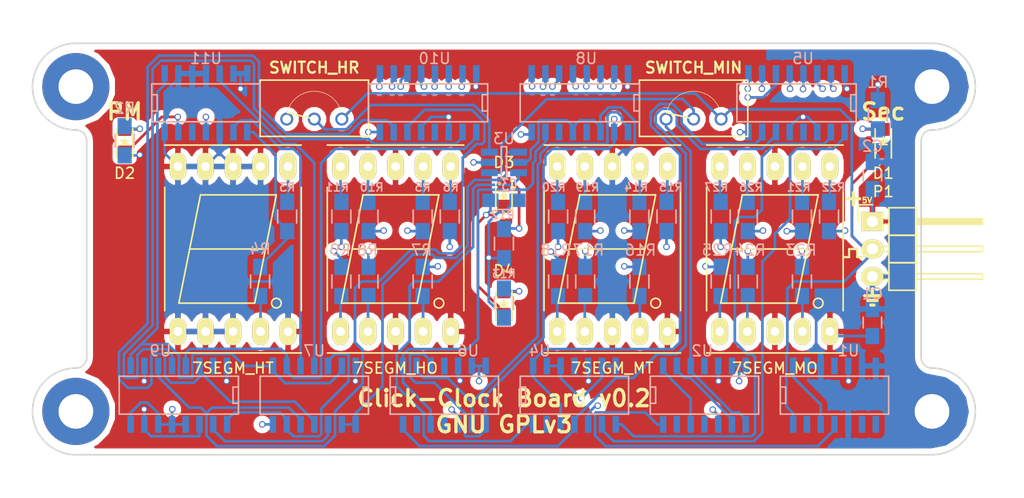
<source format=kicad_pcb>
(kicad_pcb (version 4) (host pcbnew 4.0.4-1.fc25-product)
  (title_block (date 2017-03-21) (rev 0.2))
  (layers (0 F.Cu signal) (1 In1.Cu signal) (2 In2.Cu signal) (31 B.Cu signal) (34 B.Paste user) (35 F.Paste user) (36 B.SilkS user) (37 F.SilkS user) (38 B.Mask user) (39 F.Mask user) (44 Edge.Cuts user))
  (net 0 "")
  (net 1 VCC)
  (net 2 GND)
  (net 3 "Net-(D1-Pad2)")
  (net 4 /osc)
  (net 5 "Net-(D2-Pad2)")
  (net 6 /pm)
  (net 7 "Net-(D3-Pad2)")
  (net 8 "Net-(D4-Pad2)")
  (net 9 /ht)
  (net 10 "Net-(R3-Pad2)")
  (net 11 "Net-(R4-Pad1)")
  (net 12 /hr_one_a)
  (net 13 "Net-(R5-Pad2)")
  (net 14 /hr_one_b)
  (net 15 "Net-(R6-Pad2)")
  (net 16 /hr_one_c)
  (net 17 "Net-(R7-Pad2)")
  (net 18 /hr_one_d)
  (net 19 "Net-(R8-Pad2)")
  (net 20 /hr_one_e)
  (net 21 "Net-(R9-Pad2)")
  (net 22 /hr_one_f)
  (net 23 "Net-(R10-Pad2)")
  (net 24 /hr_one_g)
  (net 25 "Net-(R11-Pad2)")
  (net 26 /min_ten_a)
  (net 27 "Net-(R14-Pad2)")
  (net 28 /min_ten_b)
  (net 29 "Net-(R15-Pad2)")
  (net 30 /min_ten_c)
  (net 31 "Net-(R16-Pad2)")
  (net 32 /min_ten_d)
  (net 33 "Net-(R17-Pad2)")
  (net 34 /min_ten_e)
  (net 35 "Net-(R18-Pad2)")
  (net 36 /min_ten_f)
  (net 37 "Net-(R19-Pad2)")
  (net 38 /min_ten_g)
  (net 39 "Net-(R20-Pad2)")
  (net 40 /min_one_a)
  (net 41 "Net-(R21-Pad2)")
  (net 42 /min_one_b)
  (net 43 "Net-(R22-Pad2)")
  (net 44 /min_one_c)
  (net 45 "Net-(R23-Pad2)")
  (net 46 /min_one_d)
  (net 47 "Net-(R24-Pad2)")
  (net 48 /min_one_e)
  (net 49 "Net-(R25-Pad2)")
  (net 50 /min_one_f)
  (net 51 "Net-(R26-Pad2)")
  (net 52 /min_one_g)
  (net 53 "Net-(R27-Pad2)")
  (net 54 "Net-(SW1-Pad2)")
  (net 55 "Net-(SW1-Pad3)")
  (net 56 "Net-(SW2-Pad2)")
  (net 57 /mti2)
  (net 58 "Net-(U1-Pad1)")
  (net 59 "Net-(U1-Pad8)")
  (net 60 "Net-(U1-Pad9)")
  (net 61 "Net-(U1-Pad11)")
  (net 62 "Net-(U2-Pad1)")
  (net 63 "Net-(U2-Pad2)")
  (net 64 "Net-(U2-Pad11)")
  (net 65 "Net-(U3-Pad4)")
  (net 66 "Net-(U3-Pad6)")
  (net 67 /moi0)
  (net 68 /moi2)
  (net 69 /moi1)
  (net 70 /moi3)
  (net 71 "Net-(U5-Pad4)")
  (net 72 /mti0)
  (net 73 /mti1)
  (net 74 "Net-(U6-Pad11)")
  (net 75 /hoi0)
  (net 76 /hoi3)
  (net 77 "Net-(U11-Pad1)")
  (net 78 /hoi1)
  (net 79 "Net-(U11-Pad5)")
  (net 80 "Net-(U11-Pad9)")
  (net 81 /hoi2)
  (net 82 "Net-(U9-Pad15)")
  (net 83 "Net-(U10-Pad4)")
  (net 84 "Net-(U11-Pad12)")
  (net 85 "Net-(U7-Pad3)")
  (net 86 "Net-(U7-Pad12)")
  (net 87 "Net-(U8-Pad4)")
  (net 88 "Net-(U8-Pad6)")
  (module Resistors_SMD:R_0805_HandSoldering (layer B.Cu) (at 142.5 99 270)
    (fp_text reference R8 (at -2.9 0.1 360) (layer B.SilkS) (effects (justify mirror)))
    (fp_text value 220Ω hide)
    (pad 1 smd rect (at -1.35 0 270) (size 1.5 1.3) (layers B.Cu B.Paste B.Mask) (net 18 /hr_one_d))
    (pad 2 smd rect (at 1.35 0 270) (size 1.5 1.3) (layers B.Cu B.Paste B.Mask) (net 19 "Net-(R8-Pad2)"))
  )
  (module Resistors_SMD:R_0805_HandSoldering (layer B.Cu) (at 142.5 93 90)
    (fp_text reference R10 (at 2.7 0.3 180) (layer B.SilkS) (effects (font (size 0.75 0.75)) (justify mirror)))
    (fp_text value 220Ω hide)
    (pad 1 smd rect (at -1.35 0 90) (size 1.5 1.3) (layers B.Cu B.Paste B.Mask) (net 22 /hr_one_f))
    (pad 2 smd rect (at 1.35 0 90) (size 1.5 1.3) (layers B.Cu B.Paste B.Mask) (net 23 "Net-(R10-Pad2)"))
  )
  (module Mounting_Holes:MountingHole_3.2mm_M3 (layer F.Cu) (at 194.5 111)
    (fp_text reference REF** hide)
    (fp_text value MountingHole_3.2mm_M3 hide)
    (pad "" thru_hole circle (at 0 0) (size 6.2 6.2) (drill 3.2) (layers *.Cu *.Mask) (net 2 GND))
  )
  (module Mounting_Holes:MountingHole_3.2mm_M3 (layer F.Cu) (at 115.5 111)
    (fp_text reference REF** hide)
    (fp_text value MountingHole_3.2mm_M3 hide)
    (pad "" thru_hole circle (at 0 0) (size 6.2 6.2) (drill 3.2) (layers *.Cu *.Mask) (net 2 GND))
  )
  (module Mounting_Holes:MountingHole_3.2mm_M3 (layer F.Cu) (at 115.5 81)
    (fp_text reference REF** hide)
    (fp_text value MountingHole_3.2mm_M3 hide)
    (pad "" thru_hole circle (at 0 0) (size 6.2 6.2) (drill 3.2) (layers *.Cu *.Mask) (net 2 GND))
  )
  (module clock:SOIC-14 (layer B.Cu) (at 185.5 109.5)
    (fp_text reference U1 (at 1.3 -4.1) (layer B.SilkS) (effects (justify mirror)))
    (fp_text value 74LS90)
    (pad 1 smd rect (at -3.81 -2.7) (size 0.6 1.55) (layers B.Cu B.Paste B.Mask) (net 58 "Net-(U1-Pad1)"))
    (pad 2 smd rect (at -2.54 -2.7) (size 0.6 1.55) (layers B.Cu B.Paste B.Mask) (net 2 GND))
    (pad 3 smd rect (at -1.27 -2.7) (size 0.6 1.55) (layers B.Cu B.Paste B.Mask) (net 2 GND))
    (pad 4 smd rect (at 0 -2.7) (size 0.6 1.55) (layers B.Cu B.Paste B.Mask))
    (pad 5 smd rect (at 1.27 -2.7) (size 0.6 1.55) (layers B.Cu B.Paste B.Mask) (net 1 VCC))
    (pad 6 smd rect (at 2.54 -2.7) (size 0.6 1.55) (layers B.Cu B.Paste B.Mask) (net 2 GND))
    (pad 7 smd rect (at 3.81 -2.7) (size 0.6 1.55) (layers B.Cu B.Paste B.Mask) (net 2 GND))
    (pad 8 smd rect (at 3.81 2.7) (size 0.6 1.55) (layers B.Cu B.Paste B.Mask) (net 59 "Net-(U1-Pad8)"))
    (pad 9 smd rect (at 2.54 2.7) (size 0.6 1.55) (layers B.Cu B.Paste B.Mask) (net 60 "Net-(U1-Pad9)"))
    (pad 11 smd rect (at 0 2.7) (size 0.6 1.55) (layers B.Cu B.Paste B.Mask) (net 61 "Net-(U1-Pad11)"))
    (pad 12 smd rect (at -1.27 2.7) (size 0.6 1.55) (layers B.Cu B.Paste B.Mask) (net 58 "Net-(U1-Pad1)"))
    (pad 13 smd rect (at -2.54 2.7) (size 0.6 1.55) (layers B.Cu B.Paste B.Mask))
    (pad 14 smd rect (at -3.81 2.7) (size 0.6 1.55) (layers B.Cu B.Paste B.Mask) (net 4 /osc))
    (pad 10 smd rect (at 1.27 2.7) (size 0.6 1.55) (layers B.Cu B.Paste B.Mask) (net 2 GND))
  )
  (module clock:SOIC-14 (layer B.Cu) (at 127.5 82.5)
    (fp_text reference U11 (at 0 -4.1) (layer B.SilkS) (effects (justify mirror)))
    (fp_text value 74LS73)
    (pad 1 smd rect (at -3.81 -2.7) (size 0.6 1.55) (layers B.Cu B.Paste B.Mask) (net 77 "Net-(U11-Pad1)"))
    (pad 2 smd rect (at -2.54 -2.7) (size 0.6 1.55) (layers B.Cu B.Paste B.Mask) (net 1 VCC))
    (pad 3 smd rect (at -1.27 -2.7) (size 0.6 1.55) (layers B.Cu B.Paste B.Mask) (net 1 VCC))
    (pad 4 smd rect (at 0 -2.7) (size 0.6 1.55) (layers B.Cu B.Paste B.Mask) (net 1 VCC))
    (pad 5 smd rect (at 1.27 -2.7) (size 0.6 1.55) (layers B.Cu B.Paste B.Mask) (net 79 "Net-(U11-Pad5)"))
    (pad 6 smd rect (at 2.54 -2.7) (size 0.6 1.55) (layers B.Cu B.Paste B.Mask) (net 1 VCC))
    (pad 7 smd rect (at 3.81 -2.7) (size 0.6 1.55) (layers B.Cu B.Paste B.Mask) (net 1 VCC))
    (pad 8 smd rect (at 3.81 2.7) (size 0.6 1.55) (layers B.Cu B.Paste B.Mask) (net 9 /ht))
    (pad 9 smd rect (at 2.54 2.7) (size 0.6 1.55) (layers B.Cu B.Paste B.Mask) (net 80 "Net-(U11-Pad9)"))
    (pad 11 smd rect (at 0 2.7) (size 0.6 1.55) (layers B.Cu B.Paste B.Mask) (net 2 GND))
    (pad 12 smd rect (at -1.27 2.7) (size 0.6 1.55) (layers B.Cu B.Paste B.Mask) (net 84 "Net-(U11-Pad12)"))
    (pad 13 smd rect (at -2.54 2.7) (size 0.6 1.55) (layers B.Cu B.Paste B.Mask) (net 6 /pm))
    (pad 14 smd rect (at -3.81 2.7) (size 0.6 1.55) (layers B.Cu B.Paste B.Mask) (net 1 VCC))
    (pad 10 smd rect (at 1.27 2.7) (size 0.6 1.55) (layers B.Cu B.Paste B.Mask) (net 1 VCC))
  )
  (module clock:SOIC-16 (layer B.Cu) (at 162 82.5 180)
    (fp_text reference U8 (at -0.6 4.1 180) (layer B.SilkS) (effects (justify mirror)))
    (fp_text value 74LS247)
    (pad 1 smd rect (at -4.445 -2.7 180) (size 0.6 1.55) (layers B.Cu B.Paste B.Mask) (net 73 /mti1))
    (pad 2 smd rect (at -3.175 -2.7 180) (size 0.6 1.55) (layers B.Cu B.Paste B.Mask) (net 57 /mti2))
    (pad 3 smd rect (at -1.905 -2.7 180) (size 0.6 1.55) (layers B.Cu B.Paste B.Mask) (net 1 VCC))
    (pad 4 smd rect (at -0.635 -2.7 180) (size 0.6 1.55) (layers B.Cu B.Paste B.Mask) (net 87 "Net-(U8-Pad4)"))
    (pad 5 smd rect (at 0.635 -2.7 180) (size 0.6 1.55) (layers B.Cu B.Paste B.Mask) (net 1 VCC))
    (pad 6 smd rect (at 1.905 -2.7 180) (size 0.6 1.55) (layers B.Cu B.Paste B.Mask) (net 88 "Net-(U8-Pad6)"))
    (pad 7 smd rect (at 3.175 -2.7 180) (size 0.6 1.55) (layers B.Cu B.Paste B.Mask) (net 72 /mti0))
    (pad 8 smd rect (at 4.445 -2.7 180) (size 0.6 1.55) (layers B.Cu B.Paste B.Mask) (net 2 GND))
    (pad 9 smd rect (at 4.445 2.7 180) (size 0.6 1.55) (layers B.Cu B.Paste B.Mask) (net 34 /min_ten_e))
    (pad 11 smd rect (at 1.905 2.7 180) (size 0.6 1.55) (layers B.Cu B.Paste B.Mask) (net 30 /min_ten_c))
    (pad 12 smd rect (at 0.635 2.7 180) (size 0.6 1.55) (layers B.Cu B.Paste B.Mask) (net 28 /min_ten_b))
    (pad 13 smd rect (at -0.635 2.7 180) (size 0.6 1.55) (layers B.Cu B.Paste B.Mask) (net 26 /min_ten_a))
    (pad 14 smd rect (at -1.905 2.7 180) (size 0.6 1.55) (layers B.Cu B.Paste B.Mask) (net 38 /min_ten_g))
    (pad 10 smd rect (at 3.175 2.7 180) (size 0.6 1.55) (layers B.Cu B.Paste B.Mask) (net 32 /min_ten_d))
    (pad 15 smd rect (at -3.175 2.7 180) (size 0.6 1.55) (layers B.Cu B.Paste B.Mask) (net 36 /min_ten_f))
    (pad 16 smd rect (at -4.445 2.7 180) (size 0.6 1.55) (layers B.Cu B.Paste B.Mask) (net 1 VCC))
  )
  (module clock:SWITCH_SPDT (layer F.Cu) (at 172.5 83 270)
    (fp_text reference SW1 hide)
    (fp_text value SWITCH_MIN (at -3.75 0 360) (layer F.SilkS) (effects (font (size 1.016 1.016) (thickness 0.2032))))
    (pad 1 thru_hole circle (at 1 -2.54 270) (size 1.2 1.2) (drill 0.8) (layers *.Cu *.Mask) (net 4 /osc))
    (pad 2 thru_hole circle (at 1 0 270) (size 1.2 1.2) (drill 0.8) (layers *.Cu *.Mask) (net 54 "Net-(SW1-Pad2)"))
    (pad 3 thru_hole circle (at 1 2.54 270) (size 1.2 1.2) (drill 0.8) (layers *.Cu *.Mask) (net 55 "Net-(SW1-Pad3)"))
  )
  (module Capacitors_SMD:C_0805_HandSoldering (layer B.Cu) (at 155 91.5 180)
    (fp_text reference C3 (at -0.5 1.4 180) (layer B.SilkS) (effects (font (size 1 0.75)) (justify mirror)))
    (fp_text value 100nF)
    (pad 1 smd rect (at -1.25 0 180) (size 1.5 1.25) (layers B.Cu B.Paste B.Mask) (net 1 VCC))
    (pad 2 smd rect (at 1.25 0 180) (size 1.5 1.25) (layers B.Cu B.Paste B.Mask) (net 2 GND))
  )
  (module LEDs:LED_0805 (layer F.Cu) (at 190 86 90)
    (fp_text reference D1 (at -3 0 180) (layer F.SilkS))
    (fp_text value LED hide)
    (pad 2 smd rect (at 1.04902 0 270) (size 1.19888 1.19888) (layers F.Cu F.Paste F.Mask) (net 3 "Net-(D1-Pad2)"))
    (pad 1 smd rect (at -1.04902 0 270) (size 1.19888 1.19888) (layers F.Cu F.Paste F.Mask) (net 4 /osc))
  )
  (module LEDs:LED_0805 (layer F.Cu) (at 120 86 90)
    (fp_text reference D2 (at -3 0 180) (layer F.SilkS))
    (fp_text value LED hide)
    (pad 2 smd rect (at 1.04902 0 270) (size 1.19888 1.19888) (layers F.Cu F.Paste F.Mask) (net 5 "Net-(D2-Pad2)"))
    (pad 1 smd rect (at -1.04902 0 270) (size 1.19888 1.19888) (layers F.Cu F.Paste F.Mask) (net 6 /pm))
  )
  (module LEDs:LED_0805 (layer F.Cu) (at 155 91 90)
    (fp_text reference D3 (at 3 0 180) (layer F.SilkS))
    (fp_text value LED hide)
    (pad 2 smd rect (at 1.04902 0 270) (size 1.19888 1.19888) (layers F.Cu F.Paste F.Mask) (net 7 "Net-(D3-Pad2)"))
    (pad 1 smd rect (at -1.04902 0 270) (size 1.19888 1.19888) (layers F.Cu F.Paste F.Mask) (net 2 GND))
  )
  (module LEDs:LED_0805 (layer F.Cu) (at 155 101 90)
    (fp_text reference D4 (at 3 0 180) (layer F.SilkS))
    (fp_text value LED hide)
    (pad 2 smd rect (at 1.04902 0 270) (size 1.19888 1.19888) (layers F.Cu F.Paste F.Mask) (net 8 "Net-(D4-Pad2)"))
    (pad 1 smd rect (at -1.04902 0 270) (size 1.19888 1.19888) (layers F.Cu F.Paste F.Mask) (net 2 GND))
  )
  (module Pin_Headers:Pin_Header_Angled_1x03 (layer F.Cu) (at 189 93.46)
    (fp_text reference P1 (at 1 -2.76) (layer F.SilkS))
    (fp_text value CONN_01X03 hide)
    (pad 1 thru_hole rect (at 0 0) (size 2.032 1.7272) (drill 1.016) (layers *.Cu *.Mask F.SilkS) (net 1 VCC))
    (pad 2 thru_hole oval (at 0 2.54) (size 2.032 1.7272) (drill 1.016) (layers *.Cu *.Mask F.SilkS) (net 4 /osc))
    (pad 3 thru_hole oval (at 0 5.08) (size 2.032 1.7272) (drill 1.016) (layers *.Cu *.Mask F.SilkS) (net 2 GND))
  )
  (module Resistors_SMD:R_0805_HandSoldering (layer B.Cu) (at 189.5 83.6 90)
    (fp_text reference R1 (at 3 0 180) (layer B.SilkS) (effects (justify mirror)))
    (fp_text value 220Ω hide)
    (pad 1 smd rect (at -1.35 0 90) (size 1.5 1.3) (layers B.Cu B.Paste B.Mask) (net 3 "Net-(D1-Pad2)"))
    (pad 2 smd rect (at 1.35 0 90) (size 1.5 1.3) (layers B.Cu B.Paste B.Mask) (net 1 VCC))
  )
  (module Resistors_SMD:R_0805_HandSoldering (layer B.Cu) (at 120 86 270)
    (fp_text reference R2 (at -3 0 360) (layer B.SilkS) (effects (justify mirror)))
    (fp_text value 220Ω hide)
    (pad 1 smd rect (at -1.35 0 270) (size 1.5 1.3) (layers B.Cu B.Paste B.Mask) (net 5 "Net-(D2-Pad2)"))
    (pad 2 smd rect (at 1.35 0 270) (size 1.5 1.3) (layers B.Cu B.Paste B.Mask) (net 1 VCC))
  )
  (module Resistors_SMD:R_0805_HandSoldering (layer B.Cu) (at 135 93 90)
    (fp_text reference R3 (at 2.7 0 180) (layer B.SilkS) (effects (font (size 0.75 0.75)) (justify mirror)))
    (fp_text value 220Ω hide)
    (pad 1 smd rect (at -1.35 0 90) (size 1.5 1.3) (layers B.Cu B.Paste B.Mask) (net 9 /ht))
    (pad 2 smd rect (at 1.35 0 90) (size 1.5 1.3) (layers B.Cu B.Paste B.Mask) (net 10 "Net-(R3-Pad2)"))
  )
  (module Resistors_SMD:R_0805_HandSoldering (layer B.Cu) (at 132.5 99 90)
    (fp_text reference R4 (at 3 0 360) (layer B.SilkS) (effects (justify mirror)))
    (fp_text value 220Ω hide)
    (pad 1 smd rect (at -1.35 0 90) (size 1.5 1.3) (layers B.Cu B.Paste B.Mask) (net 11 "Net-(R4-Pad1)"))
    (pad 2 smd rect (at 1.35 0 90) (size 1.5 1.3) (layers B.Cu B.Paste B.Mask) (net 9 /ht))
  )
  (module Resistors_SMD:R_0805_HandSoldering (layer B.Cu) (at 147.5 93 90)
    (fp_text reference R5 (at 2.7 0 180) (layer B.SilkS) (effects (font (size 0.75 0.75)) (justify mirror)))
    (fp_text value 220Ω hide)
    (pad 1 smd rect (at -1.35 0 90) (size 1.5 1.3) (layers B.Cu B.Paste B.Mask) (net 12 /hr_one_a))
    (pad 2 smd rect (at 1.35 0 90) (size 1.5 1.3) (layers B.Cu B.Paste B.Mask) (net 13 "Net-(R5-Pad2)"))
  )
  (module Resistors_SMD:R_0805_HandSoldering (layer B.Cu) (at 150 93 90)
    (fp_text reference R6 (at 2.7 0.1 180) (layer B.SilkS) (effects (font (size 0.75 0.75)) (justify mirror)))
    (fp_text value 220Ω hide)
    (pad 1 smd rect (at -1.35 0 90) (size 1.5 1.3) (layers B.Cu B.Paste B.Mask) (net 14 /hr_one_b))
    (pad 2 smd rect (at 1.35 0 90) (size 1.5 1.3) (layers B.Cu B.Paste B.Mask) (net 15 "Net-(R6-Pad2)"))
  )
  (module Resistors_SMD:R_0805_HandSoldering (layer B.Cu) (at 147.5 99 270)
    (fp_text reference R7 (at -2.9 0.1 360) (layer B.SilkS) (effects (justify mirror)))
    (fp_text value 220Ω hide)
    (pad 1 smd rect (at -1.35 0 270) (size 1.5 1.3) (layers B.Cu B.Paste B.Mask) (net 16 /hr_one_c))
    (pad 2 smd rect (at 1.35 0 270) (size 1.5 1.3) (layers B.Cu B.Paste B.Mask) (net 17 "Net-(R7-Pad2)"))
  )
  (module Resistors_SMD:R_0805_HandSoldering (layer B.Cu) (at 140 99 270)
    (fp_text reference R9 (at -2.9 0.1 360) (layer B.SilkS) (effects (justify mirror)))
    (fp_text value 220Ω hide)
    (pad 1 smd rect (at -1.35 0 270) (size 1.5 1.3) (layers B.Cu B.Paste B.Mask) (net 20 /hr_one_e))
    (pad 2 smd rect (at 1.35 0 270) (size 1.5 1.3) (layers B.Cu B.Paste B.Mask) (net 21 "Net-(R9-Pad2)"))
  )
  (module Resistors_SMD:R_0805_HandSoldering (layer B.Cu) (at 140 93 90)
    (fp_text reference R11 (at 2.7 -0.4 180) (layer B.SilkS) (effects (font (size 0.75 0.75)) (justify mirror)))
    (fp_text value 220Ω hide)
    (pad 1 smd rect (at -1.35 0 90) (size 1.5 1.3) (layers B.Cu B.Paste B.Mask) (net 24 /hr_one_g))
    (pad 2 smd rect (at 1.35 0 90) (size 1.5 1.3) (layers B.Cu B.Paste B.Mask) (net 25 "Net-(R11-Pad2)"))
  )
  (module Resistors_SMD:R_0805_HandSoldering (layer B.Cu) (at 155 95.5 270)
    (fp_text reference R12 (at -2.65 0.1 360) (layer B.SilkS) (effects (font (size 0.75 0.75)) (justify mirror)))
    (fp_text value 220Ω hide)
    (pad 1 smd rect (at -1.35 0 270) (size 1.5 1.3) (layers B.Cu B.Paste B.Mask) (net 7 "Net-(D3-Pad2)"))
    (pad 2 smd rect (at 1.35 0 270) (size 1.5 1.3) (layers B.Cu B.Paste B.Mask) (net 1 VCC))
  )
  (module Resistors_SMD:R_0805_HandSoldering (layer B.Cu) (at 155 101 270)
    (fp_text reference R13 (at -2.7 0 360) (layer B.SilkS) (effects (font (size 0.75 0.75)) (justify mirror)))
    (fp_text value 220Ω hide)
    (pad 1 smd rect (at -1.35 0 270) (size 1.5 1.3) (layers B.Cu B.Paste B.Mask) (net 8 "Net-(D4-Pad2)"))
    (pad 2 smd rect (at 1.35 0 270) (size 1.5 1.3) (layers B.Cu B.Paste B.Mask) (net 1 VCC))
  )
  (module Resistors_SMD:R_0805_HandSoldering (layer B.Cu) (at 167.5 93 90)
    (fp_text reference R14 (at 2.7 -0.3 180) (layer B.SilkS) (effects (font (size 0.75 0.75)) (justify mirror)))
    (fp_text value 220Ω hide)
    (pad 1 smd rect (at -1.35 0 90) (size 1.5 1.3) (layers B.Cu B.Paste B.Mask) (net 26 /min_ten_a))
    (pad 2 smd rect (at 1.35 0 90) (size 1.5 1.3) (layers B.Cu B.Paste B.Mask) (net 27 "Net-(R14-Pad2)"))
  )
  (module Resistors_SMD:R_0805_HandSoldering (layer B.Cu) (at 170 93 90)
    (fp_text reference R15 (at 2.7 0.4 180) (layer B.SilkS) (effects (font (size 0.75 0.75)) (justify mirror)))
    (fp_text value 220Ω hide)
    (pad 1 smd rect (at -1.35 0 90) (size 1.5 1.3) (layers B.Cu B.Paste B.Mask) (net 28 /min_ten_b))
    (pad 2 smd rect (at 1.35 0 90) (size 1.5 1.3) (layers B.Cu B.Paste B.Mask) (net 29 "Net-(R15-Pad2)"))
  )
  (module Resistors_SMD:R_0805_HandSoldering (layer B.Cu) (at 167.5 99 270)
    (fp_text reference R16 (at -2.9 -0.1 360) (layer B.SilkS) (effects (justify mirror)))
    (fp_text value 220Ω hide)
    (pad 1 smd rect (at -1.35 0 270) (size 1.5 1.3) (layers B.Cu B.Paste B.Mask) (net 30 /min_ten_c))
    (pad 2 smd rect (at 1.35 0 270) (size 1.5 1.3) (layers B.Cu B.Paste B.Mask) (net 31 "Net-(R16-Pad2)"))
  )
  (module Resistors_SMD:R_0805_HandSoldering (layer B.Cu) (at 162.5 99 270)
    (fp_text reference R17 (at -2.9 -0.3 360) (layer B.SilkS) (effects (justify mirror)))
    (fp_text value 220Ω hide)
    (pad 1 smd rect (at -1.35 0 270) (size 1.5 1.3) (layers B.Cu B.Paste B.Mask) (net 32 /min_ten_d))
    (pad 2 smd rect (at 1.35 0 270) (size 1.5 1.3) (layers B.Cu B.Paste B.Mask) (net 33 "Net-(R17-Pad2)"))
  )
  (module Resistors_SMD:R_0805_HandSoldering (layer B.Cu) (at 160 99 270)
    (fp_text reference R18 (at -2.9 0.2 360) (layer B.SilkS) (effects (justify mirror)))
    (fp_text value 220Ω hide)
    (pad 1 smd rect (at -1.35 0 270) (size 1.5 1.3) (layers B.Cu B.Paste B.Mask) (net 34 /min_ten_e))
    (pad 2 smd rect (at 1.35 0 270) (size 1.5 1.3) (layers B.Cu B.Paste B.Mask) (net 35 "Net-(R18-Pad2)"))
  )
  (module Resistors_SMD:R_0805_HandSoldering (layer B.Cu) (at 162.5 93 90)
    (fp_text reference R19 (at 2.7 0.2 180) (layer B.SilkS) (effects (font (size 0.75 0.75)) (justify mirror)))
    (fp_text value 220Ω hide)
    (pad 1 smd rect (at -1.35 0 90) (size 1.5 1.3) (layers B.Cu B.Paste B.Mask) (net 36 /min_ten_f))
    (pad 2 smd rect (at 1.35 0 90) (size 1.5 1.3) (layers B.Cu B.Paste B.Mask) (net 37 "Net-(R19-Pad2)"))
  )
  (module Resistors_SMD:R_0805_HandSoldering (layer B.Cu) (at 160 93 90)
    (fp_text reference R20 (at 2.7 -0.4 180) (layer B.SilkS) (effects (font (size 0.75 0.75)) (justify mirror)))
    (fp_text value 220Ω hide)
    (pad 1 smd rect (at -1.35 0 90) (size 1.5 1.3) (layers B.Cu B.Paste B.Mask) (net 38 /min_ten_g))
    (pad 2 smd rect (at 1.35 0 90) (size 1.5 1.3) (layers B.Cu B.Paste B.Mask) (net 39 "Net-(R20-Pad2)"))
  )
  (module Resistors_SMD:R_0805_HandSoldering (layer B.Cu) (at 182.5 93 90)
    (fp_text reference R21 (at 2.7 -0.3 180) (layer B.SilkS) (effects (font (size 0.75 0.75)) (justify mirror)))
    (fp_text value 220Ω hide)
    (pad 1 smd rect (at -1.35 0 90) (size 1.5 1.3) (layers B.Cu B.Paste B.Mask) (net 40 /min_one_a))
    (pad 2 smd rect (at 1.35 0 90) (size 1.5 1.3) (layers B.Cu B.Paste B.Mask) (net 41 "Net-(R21-Pad2)"))
  )
  (module Resistors_SMD:R_0805_HandSoldering (layer B.Cu) (at 185 93 90)
    (fp_text reference R22 (at 2.7 0.4 180) (layer B.SilkS) (effects (font (size 0.75 0.75)) (justify mirror)))
    (fp_text value 220Ω hide)
    (pad 1 smd rect (at -1.35 0 90) (size 1.5 1.3) (layers B.Cu B.Paste B.Mask) (net 42 /min_one_b))
    (pad 2 smd rect (at 1.35 0 90) (size 1.5 1.3) (layers B.Cu B.Paste B.Mask) (net 43 "Net-(R22-Pad2)"))
  )
  (module Resistors_SMD:R_0805_HandSoldering (layer B.Cu) (at 182.5 99 270)
    (fp_text reference R23 (at -2.9 0.1 360) (layer B.SilkS) (effects (justify mirror)))
    (fp_text value 220Ω hide)
    (pad 1 smd rect (at -1.35 0 270) (size 1.5 1.3) (layers B.Cu B.Paste B.Mask) (net 44 /min_one_c))
    (pad 2 smd rect (at 1.35 0 270) (size 1.5 1.3) (layers B.Cu B.Paste B.Mask) (net 45 "Net-(R23-Pad2)"))
  )
  (module Resistors_SMD:R_0805_HandSoldering (layer B.Cu) (at 177.5 99 270)
    (fp_text reference R24 (at -2.9 -0.2 360) (layer B.SilkS) (effects (justify mirror)))
    (fp_text value 220Ω hide)
    (pad 1 smd rect (at -1.35 0 270) (size 1.5 1.3) (layers B.Cu B.Paste B.Mask) (net 46 /min_one_d))
    (pad 2 smd rect (at 1.35 0 270) (size 1.5 1.3) (layers B.Cu B.Paste B.Mask) (net 47 "Net-(R24-Pad2)"))
  )
  (module Resistors_SMD:R_0805_HandSoldering (layer B.Cu) (at 175 99 270)
    (fp_text reference R25 (at -2.9 0.3 360) (layer B.SilkS) (effects (justify mirror)))
    (fp_text value 220Ω hide)
    (pad 1 smd rect (at -1.35 0 270) (size 1.5 1.3) (layers B.Cu B.Paste B.Mask) (net 48 /min_one_e))
    (pad 2 smd rect (at 1.35 0 270) (size 1.5 1.3) (layers B.Cu B.Paste B.Mask) (net 49 "Net-(R25-Pad2)"))
  )
  (module Resistors_SMD:R_0805_HandSoldering (layer B.Cu) (at 177.5 93 90)
    (fp_text reference R26 (at 2.7 0.3 180) (layer B.SilkS) (effects (font (size 0.75 0.75)) (justify mirror)))
    (fp_text value 220Ω hide)
    (pad 1 smd rect (at -1.35 0 90) (size 1.5 1.3) (layers B.Cu B.Paste B.Mask) (net 50 /min_one_f))
    (pad 2 smd rect (at 1.35 0 90) (size 1.5 1.3) (layers B.Cu B.Paste B.Mask) (net 51 "Net-(R26-Pad2)"))
  )
  (module Resistors_SMD:R_0805_HandSoldering (layer B.Cu) (at 175 93 90)
    (fp_text reference R27 (at 2.7 -0.4 180) (layer B.SilkS) (effects (font (size 0.75 0.75)) (justify mirror)))
    (fp_text value 220Ω hide)
    (pad 1 smd rect (at -1.35 0 90) (size 1.5 1.3) (layers B.Cu B.Paste B.Mask) (net 52 /min_one_g))
    (pad 2 smd rect (at 1.35 0 90) (size 1.5 1.3) (layers B.Cu B.Paste B.Mask) (net 53 "Net-(R27-Pad2)"))
  )
  (module Displays_7-Segment:7SegmentLED_LTS6760_LTS6780 (layer F.Cu) (at 130 96)
    (fp_text reference S1 hide)
    (fp_text value 7SEGM_HT (at 0 11) (layer F.SilkS))
    (pad 1 thru_hole oval (at -5.08 7.62) (size 1.524 2.524) (drill 0.8) (layers *.Cu *.Mask F.SilkS) (net 1 VCC))
    (pad 2 thru_hole oval (at -2.54 7.62) (size 1.524 2.524) (drill 0.8) (layers *.Cu *.Mask F.SilkS) (net 1 VCC))
    (pad 3 thru_hole oval (at 0 7.62) (size 1.524 2.524) (drill 0.8) (layers *.Cu *.Mask F.SilkS) (net 1 VCC))
    (pad 4 thru_hole oval (at 2.54 7.62) (size 1.524 2.524) (drill 0.8) (layers *.Cu *.Mask F.SilkS) (net 11 "Net-(R4-Pad1)"))
    (pad 5 thru_hole oval (at 5.08 7.62) (size 1.524 2.524) (drill 0.8) (layers *.Cu *.Mask F.SilkS) (net 1 VCC))
    (pad 6 thru_hole oval (at 5.08 -7.62) (size 1.524 2.524) (drill 0.8) (layers *.Cu *.Mask F.SilkS) (net 10 "Net-(R3-Pad2)"))
    (pad 7 thru_hole oval (at 2.54 -7.62) (size 1.524 2.524) (drill 0.8) (layers *.Cu *.Mask F.SilkS) (net 1 VCC))
    (pad 8 thru_hole oval (at 0 -7.62) (size 1.524 2.524) (drill 0.8) (layers *.Cu *.Mask F.SilkS) (net 1 VCC))
    (pad 9 thru_hole oval (at -2.54 -7.62) (size 1.524 2.524) (drill 0.8) (layers *.Cu *.Mask F.SilkS) (net 1 VCC))
    (pad 10 thru_hole oval (at -5.08 -7.62) (size 1.524 2.524) (drill 0.8) (layers *.Cu *.Mask F.SilkS) (net 1 VCC))
  )
  (module Displays_7-Segment:7SegmentLED_LTS6760_LTS6780 (layer F.Cu) (at 145 96)
    (fp_text reference S2 hide)
    (fp_text value 7SEGM_HO (at 0 11) (layer F.SilkS))
    (pad 1 thru_hole oval (at -5.08 7.62) (size 1.524 2.524) (drill 0.8) (layers *.Cu *.Mask F.SilkS) (net 21 "Net-(R9-Pad2)"))
    (pad 2 thru_hole oval (at -2.54 7.62) (size 1.524 2.524) (drill 0.8) (layers *.Cu *.Mask F.SilkS) (net 19 "Net-(R8-Pad2)"))
    (pad 3 thru_hole oval (at 0 7.62) (size 1.524 2.524) (drill 0.8) (layers *.Cu *.Mask F.SilkS) (net 1 VCC))
    (pad 4 thru_hole oval (at 2.54 7.62) (size 1.524 2.524) (drill 0.8) (layers *.Cu *.Mask F.SilkS) (net 17 "Net-(R7-Pad2)"))
    (pad 5 thru_hole oval (at 5.08 7.62) (size 1.524 2.524) (drill 0.8) (layers *.Cu *.Mask F.SilkS) (net 1 VCC))
    (pad 6 thru_hole oval (at 5.08 -7.62) (size 1.524 2.524) (drill 0.8) (layers *.Cu *.Mask F.SilkS) (net 15 "Net-(R6-Pad2)"))
    (pad 7 thru_hole oval (at 2.54 -7.62) (size 1.524 2.524) (drill 0.8) (layers *.Cu *.Mask F.SilkS) (net 13 "Net-(R5-Pad2)"))
    (pad 8 thru_hole oval (at 0 -7.62) (size 1.524 2.524) (drill 0.8) (layers *.Cu *.Mask F.SilkS) (net 1 VCC))
    (pad 9 thru_hole oval (at -2.54 -7.62) (size 1.524 2.524) (drill 0.8) (layers *.Cu *.Mask F.SilkS) (net 23 "Net-(R10-Pad2)"))
    (pad 10 thru_hole oval (at -5.08 -7.62) (size 1.524 2.524) (drill 0.8) (layers *.Cu *.Mask F.SilkS) (net 25 "Net-(R11-Pad2)"))
  )
  (module Displays_7-Segment:7SegmentLED_LTS6760_LTS6780 (layer F.Cu) (at 165 96)
    (fp_text reference S3 hide)
    (fp_text value 7SEGM_MT (at 0 11) (layer F.SilkS))
    (pad 1 thru_hole oval (at -5.08 7.62) (size 1.524 2.524) (drill 0.8) (layers *.Cu *.Mask F.SilkS) (net 35 "Net-(R18-Pad2)"))
    (pad 2 thru_hole oval (at -2.54 7.62) (size 1.524 2.524) (drill 0.8) (layers *.Cu *.Mask F.SilkS) (net 33 "Net-(R17-Pad2)"))
    (pad 3 thru_hole oval (at 0 7.62) (size 1.524 2.524) (drill 0.8) (layers *.Cu *.Mask F.SilkS) (net 1 VCC))
    (pad 4 thru_hole oval (at 2.54 7.62) (size 1.524 2.524) (drill 0.8) (layers *.Cu *.Mask F.SilkS) (net 31 "Net-(R16-Pad2)"))
    (pad 5 thru_hole oval (at 5.08 7.62) (size 1.524 2.524) (drill 0.8) (layers *.Cu *.Mask F.SilkS) (net 1 VCC))
    (pad 6 thru_hole oval (at 5.08 -7.62) (size 1.524 2.524) (drill 0.8) (layers *.Cu *.Mask F.SilkS) (net 29 "Net-(R15-Pad2)"))
    (pad 7 thru_hole oval (at 2.54 -7.62) (size 1.524 2.524) (drill 0.8) (layers *.Cu *.Mask F.SilkS) (net 27 "Net-(R14-Pad2)"))
    (pad 8 thru_hole oval (at 0 -7.62) (size 1.524 2.524) (drill 0.8) (layers *.Cu *.Mask F.SilkS) (net 1 VCC))
    (pad 9 thru_hole oval (at -2.54 -7.62) (size 1.524 2.524) (drill 0.8) (layers *.Cu *.Mask F.SilkS) (net 37 "Net-(R19-Pad2)"))
    (pad 10 thru_hole oval (at -5.08 -7.62) (size 1.524 2.524) (drill 0.8) (layers *.Cu *.Mask F.SilkS) (net 39 "Net-(R20-Pad2)"))
  )
  (module Displays_7-Segment:7SegmentLED_LTS6760_LTS6780 (layer F.Cu) (at 180 96)
    (fp_text reference S4 hide)
    (fp_text value 7SEGM_MO (at 0 11) (layer F.SilkS))
    (pad 1 thru_hole oval (at -5.08 7.62) (size 1.524 2.524) (drill 0.8) (layers *.Cu *.Mask F.SilkS) (net 49 "Net-(R25-Pad2)"))
    (pad 2 thru_hole oval (at -2.54 7.62) (size 1.524 2.524) (drill 0.8) (layers *.Cu *.Mask F.SilkS) (net 47 "Net-(R24-Pad2)"))
    (pad 3 thru_hole oval (at 0 7.62) (size 1.524 2.524) (drill 0.8) (layers *.Cu *.Mask F.SilkS) (net 1 VCC))
    (pad 4 thru_hole oval (at 2.54 7.62) (size 1.524 2.524) (drill 0.8) (layers *.Cu *.Mask F.SilkS) (net 45 "Net-(R23-Pad2)"))
    (pad 5 thru_hole oval (at 5.08 7.62) (size 1.524 2.524) (drill 0.8) (layers *.Cu *.Mask F.SilkS) (net 1 VCC))
    (pad 6 thru_hole oval (at 5.08 -7.62) (size 1.524 2.524) (drill 0.8) (layers *.Cu *.Mask F.SilkS) (net 43 "Net-(R22-Pad2)"))
    (pad 7 thru_hole oval (at 2.54 -7.62) (size 1.524 2.524) (drill 0.8) (layers *.Cu *.Mask F.SilkS) (net 41 "Net-(R21-Pad2)"))
    (pad 8 thru_hole oval (at 0 -7.62) (size 1.524 2.524) (drill 0.8) (layers *.Cu *.Mask F.SilkS) (net 1 VCC))
    (pad 9 thru_hole oval (at -2.54 -7.62) (size 1.524 2.524) (drill 0.8) (layers *.Cu *.Mask F.SilkS) (net 51 "Net-(R26-Pad2)"))
    (pad 10 thru_hole oval (at -5.08 -7.62) (size 1.524 2.524) (drill 0.8) (layers *.Cu *.Mask F.SilkS) (net 53 "Net-(R27-Pad2)"))
  )
  (module clock:SWITCH_SPDT (layer F.Cu) (at 137.5 83 270)
    (fp_text reference SW2 hide)
    (fp_text value SWITCH_HR (at -3.75 0 360) (layer F.SilkS) (effects (font (size 1.016 1.016) (thickness 0.2032))))
    (pad 1 thru_hole circle (at 1 -2.54 270) (size 1.2 1.2) (drill 0.8) (layers *.Cu *.Mask) (net 4 /osc))
    (pad 2 thru_hole circle (at 1 0 270) (size 1.2 1.2) (drill 0.8) (layers *.Cu *.Mask) (net 56 "Net-(SW2-Pad2)"))
    (pad 3 thru_hole circle (at 1 2.54 270) (size 1.2 1.2) (drill 0.8) (layers *.Cu *.Mask) (net 57 /mti2))
  )
  (module clock:SOIC-14 (layer B.Cu) (at 173.5 109.5)
    (fp_text reference U2 (at -0.2 -4.1) (layer B.SilkS) (effects (justify mirror)))
    (fp_text value 74LS90)
    (pad 1 smd rect (at -3.81 -2.7) (size 0.6 1.55) (layers B.Cu B.Paste B.Mask) (net 62 "Net-(U2-Pad1)"))
    (pad 2 smd rect (at -2.54 -2.7) (size 0.6 1.55) (layers B.Cu B.Paste B.Mask) (net 63 "Net-(U2-Pad2)"))
    (pad 3 smd rect (at -1.27 -2.7) (size 0.6 1.55) (layers B.Cu B.Paste B.Mask) (net 55 "Net-(SW1-Pad3)"))
    (pad 4 smd rect (at 0 -2.7) (size 0.6 1.55) (layers B.Cu B.Paste B.Mask))
    (pad 5 smd rect (at 1.27 -2.7) (size 0.6 1.55) (layers B.Cu B.Paste B.Mask) (net 1 VCC))
    (pad 6 smd rect (at 2.54 -2.7) (size 0.6 1.55) (layers B.Cu B.Paste B.Mask) (net 2 GND))
    (pad 7 smd rect (at 3.81 -2.7) (size 0.6 1.55) (layers B.Cu B.Paste B.Mask) (net 2 GND))
    (pad 8 smd rect (at 3.81 2.7) (size 0.6 1.55) (layers B.Cu B.Paste B.Mask) (net 55 "Net-(SW1-Pad3)"))
    (pad 9 smd rect (at 2.54 2.7) (size 0.6 1.55) (layers B.Cu B.Paste B.Mask) (net 63 "Net-(U2-Pad2)"))
    (pad 11 smd rect (at 0 2.7) (size 0.6 1.55) (layers B.Cu B.Paste B.Mask) (net 64 "Net-(U2-Pad11)"))
    (pad 12 smd rect (at -1.27 2.7) (size 0.6 1.55) (layers B.Cu B.Paste B.Mask) (net 62 "Net-(U2-Pad1)"))
    (pad 13 smd rect (at -2.54 2.7) (size 0.6 1.55) (layers B.Cu B.Paste B.Mask))
    (pad 14 smd rect (at -3.81 2.7) (size 0.6 1.55) (layers B.Cu B.Paste B.Mask) (net 61 "Net-(U1-Pad11)"))
    (pad 10 smd rect (at 1.27 2.7) (size 0.6 1.55) (layers B.Cu B.Paste B.Mask) (net 2 GND))
  )
  (module TO_SOT_Packages_SMD:SOT-23-6_Handsoldering (layer B.Cu) (at 155 88)
    (fp_text reference U3 (at 0 -2.2) (layer B.SilkS) (effects (justify mirror)))
    (fp_text value MAX6817)
    (pad 1 smd rect (at -1.35 0.95) (size 1.56 0.65) (layers B.Cu B.Paste B.Mask) (net 54 "Net-(SW1-Pad2)"))
    (pad 2 smd rect (at -1.35 0) (size 1.56 0.65) (layers B.Cu B.Paste B.Mask) (net 2 GND))
    (pad 3 smd rect (at -1.35 -0.95) (size 1.56 0.65) (layers B.Cu B.Paste B.Mask) (net 56 "Net-(SW2-Pad2)"))
    (pad 4 smd rect (at 1.35 -0.95) (size 1.56 0.65) (layers B.Cu B.Paste B.Mask) (net 65 "Net-(U3-Pad4)"))
    (pad 6 smd rect (at 1.35 0.95) (size 1.56 0.65) (layers B.Cu B.Paste B.Mask) (net 66 "Net-(U3-Pad6)"))
    (pad 5 smd rect (at 1.35 0) (size 1.56 0.65) (layers B.Cu B.Paste B.Mask) (net 1 VCC))
  )
  (module clock:SOIC-14 (layer B.Cu) (at 161.5 109.5)
    (fp_text reference U4 (at -3.2 -4.1) (layer B.SilkS) (effects (justify mirror)))
    (fp_text value 74LS90)
    (pad 1 smd rect (at -3.81 -2.7) (size 0.6 1.55) (layers B.Cu B.Paste B.Mask) (net 67 /moi0))
    (pad 2 smd rect (at -2.54 -2.7) (size 0.6 1.55) (layers B.Cu B.Paste B.Mask) (net 2 GND))
    (pad 3 smd rect (at -1.27 -2.7) (size 0.6 1.55) (layers B.Cu B.Paste B.Mask) (net 2 GND))
    (pad 4 smd rect (at 0 -2.7) (size 0.6 1.55) (layers B.Cu B.Paste B.Mask))
    (pad 5 smd rect (at 1.27 -2.7) (size 0.6 1.55) (layers B.Cu B.Paste B.Mask) (net 1 VCC))
    (pad 6 smd rect (at 2.54 -2.7) (size 0.6 1.55) (layers B.Cu B.Paste B.Mask) (net 2 GND))
    (pad 7 smd rect (at 3.81 -2.7) (size 0.6 1.55) (layers B.Cu B.Paste B.Mask) (net 2 GND))
    (pad 8 smd rect (at 3.81 2.7) (size 0.6 1.55) (layers B.Cu B.Paste B.Mask) (net 68 /moi2))
    (pad 9 smd rect (at 2.54 2.7) (size 0.6 1.55) (layers B.Cu B.Paste B.Mask) (net 69 /moi1))
    (pad 11 smd rect (at 0 2.7) (size 0.6 1.55) (layers B.Cu B.Paste B.Mask) (net 70 /moi3))
    (pad 12 smd rect (at -1.27 2.7) (size 0.6 1.55) (layers B.Cu B.Paste B.Mask) (net 67 /moi0))
    (pad 13 smd rect (at -2.54 2.7) (size 0.6 1.55) (layers B.Cu B.Paste B.Mask))
    (pad 14 smd rect (at -3.81 2.7) (size 0.6 1.55) (layers B.Cu B.Paste B.Mask) (net 66 "Net-(U3-Pad6)"))
    (pad 10 smd rect (at 1.27 2.7) (size 0.6 1.55) (layers B.Cu B.Paste B.Mask) (net 2 GND))
  )
  (module clock:SOIC-14 (layer B.Cu) (at 149.5 109.5)
    (fp_text reference U6 (at 2.2 -4.1) (layer B.SilkS) (effects (justify mirror)))
    (fp_text value 74LS90)
    (pad 1 smd rect (at -3.81 -2.7) (size 0.6 1.55) (layers B.Cu B.Paste B.Mask) (net 72 /mti0))
    (pad 2 smd rect (at -2.54 -2.7) (size 0.6 1.55) (layers B.Cu B.Paste B.Mask) (net 73 /mti1))
    (pad 3 smd rect (at -1.27 -2.7) (size 0.6 1.55) (layers B.Cu B.Paste B.Mask) (net 57 /mti2))
    (pad 4 smd rect (at 0 -2.7) (size 0.6 1.55) (layers B.Cu B.Paste B.Mask))
    (pad 5 smd rect (at 1.27 -2.7) (size 0.6 1.55) (layers B.Cu B.Paste B.Mask) (net 1 VCC))
    (pad 6 smd rect (at 2.54 -2.7) (size 0.6 1.55) (layers B.Cu B.Paste B.Mask) (net 2 GND))
    (pad 7 smd rect (at 3.81 -2.7) (size 0.6 1.55) (layers B.Cu B.Paste B.Mask) (net 2 GND))
    (pad 8 smd rect (at 3.81 2.7) (size 0.6 1.55) (layers B.Cu B.Paste B.Mask) (net 57 /mti2))
    (pad 9 smd rect (at 2.54 2.7) (size 0.6 1.55) (layers B.Cu B.Paste B.Mask) (net 73 /mti1))
    (pad 11 smd rect (at 0 2.7) (size 0.6 1.55) (layers B.Cu B.Paste B.Mask) (net 74 "Net-(U6-Pad11)"))
    (pad 12 smd rect (at -1.27 2.7) (size 0.6 1.55) (layers B.Cu B.Paste B.Mask) (net 72 /mti0))
    (pad 13 smd rect (at -2.54 2.7) (size 0.6 1.55) (layers B.Cu B.Paste B.Mask))
    (pad 14 smd rect (at -3.81 2.7) (size 0.6 1.55) (layers B.Cu B.Paste B.Mask) (net 70 /moi3))
    (pad 10 smd rect (at 1.27 2.7) (size 0.6 1.55) (layers B.Cu B.Paste B.Mask) (net 2 GND))
  )
  (module clock:SOIC-14 (layer B.Cu) (at 137.5 109.5 180)
    (fp_text reference U7 (at 0 4.1 180) (layer B.SilkS) (effects (justify mirror)))
    (fp_text value 74LS00)
    (pad 1 smd rect (at -3.81 -2.7 180) (size 0.6 1.55) (layers B.Cu B.Paste B.Mask) (net 65 "Net-(U3-Pad4)"))
    (pad 2 smd rect (at -2.54 -2.7 180) (size 0.6 1.55) (layers B.Cu B.Paste B.Mask) (net 65 "Net-(U3-Pad4)"))
    (pad 3 smd rect (at -1.27 -2.7 180) (size 0.6 1.55) (layers B.Cu B.Paste B.Mask) (net 85 "Net-(U7-Pad3)"))
    (pad 4 smd rect (at 0 -2.7 180) (size 0.6 1.55) (layers B.Cu B.Paste B.Mask) (net 75 /hoi0))
    (pad 5 smd rect (at 1.27 -2.7 180) (size 0.6 1.55) (layers B.Cu B.Paste B.Mask) (net 76 /hoi3))
    (pad 6 smd rect (at 2.54 -2.7 180) (size 0.6 1.55) (layers B.Cu B.Paste B.Mask) (net 86 "Net-(U7-Pad12)"))
    (pad 7 smd rect (at 3.81 -2.7 180) (size 0.6 1.55) (layers B.Cu B.Paste B.Mask) (net 2 GND))
    (pad 8 smd rect (at 3.81 2.7 180) (size 0.6 1.55) (layers B.Cu B.Paste B.Mask) (net 77 "Net-(U11-Pad1)"))
    (pad 9 smd rect (at 2.54 2.7 180) (size 0.6 1.55) (layers B.Cu B.Paste B.Mask) (net 78 /hoi1))
    (pad 11 smd rect (at 0 2.7 180) (size 0.6 1.55) (layers B.Cu B.Paste B.Mask) (net 79 "Net-(U11-Pad5)"))
    (pad 12 smd rect (at -1.27 2.7 180) (size 0.6 1.55) (layers B.Cu B.Paste B.Mask) (net 86 "Net-(U7-Pad12)"))
    (pad 13 smd rect (at -2.54 2.7 180) (size 0.6 1.55) (layers B.Cu B.Paste B.Mask) (net 77 "Net-(U11-Pad1)"))
    (pad 14 smd rect (at -3.81 2.7 180) (size 0.6 1.55) (layers B.Cu B.Paste B.Mask) (net 1 VCC))
    (pad 10 smd rect (at 1.27 2.7 180) (size 0.6 1.55) (layers B.Cu B.Paste B.Mask) (net 80 "Net-(U11-Pad9)"))
  )
  (module clock:SOIC-16 (layer B.Cu) (at 148 82.5 180)
    (fp_text reference U10 (at -0.6 4.1 180) (layer B.SilkS) (effects (justify mirror)))
    (fp_text value 74LS247)
    (pad 1 smd rect (at -4.445 -2.7 180) (size 0.6 1.55) (layers B.Cu B.Paste B.Mask) (net 78 /hoi1))
    (pad 2 smd rect (at -3.175 -2.7 180) (size 0.6 1.55) (layers B.Cu B.Paste B.Mask) (net 81 /hoi2))
    (pad 3 smd rect (at -1.905 -2.7 180) (size 0.6 1.55) (layers B.Cu B.Paste B.Mask) (net 1 VCC))
    (pad 4 smd rect (at -0.635 -2.7 180) (size 0.6 1.55) (layers B.Cu B.Paste B.Mask) (net 83 "Net-(U10-Pad4)"))
    (pad 5 smd rect (at 0.635 -2.7 180) (size 0.6 1.55) (layers B.Cu B.Paste B.Mask) (net 1 VCC))
    (pad 6 smd rect (at 1.905 -2.7 180) (size 0.6 1.55) (layers B.Cu B.Paste B.Mask) (net 76 /hoi3))
    (pad 7 smd rect (at 3.175 -2.7 180) (size 0.6 1.55) (layers B.Cu B.Paste B.Mask) (net 75 /hoi0))
    (pad 8 smd rect (at 4.445 -2.7 180) (size 0.6 1.55) (layers B.Cu B.Paste B.Mask) (net 2 GND))
    (pad 9 smd rect (at 4.445 2.7 180) (size 0.6 1.55) (layers B.Cu B.Paste B.Mask) (net 20 /hr_one_e))
    (pad 11 smd rect (at 1.905 2.7 180) (size 0.6 1.55) (layers B.Cu B.Paste B.Mask) (net 16 /hr_one_c))
    (pad 12 smd rect (at 0.635 2.7 180) (size 0.6 1.55) (layers B.Cu B.Paste B.Mask) (net 14 /hr_one_b))
    (pad 13 smd rect (at -0.635 2.7 180) (size 0.6 1.55) (layers B.Cu B.Paste B.Mask) (net 12 /hr_one_a))
    (pad 14 smd rect (at -1.905 2.7 180) (size 0.6 1.55) (layers B.Cu B.Paste B.Mask) (net 24 /hr_one_g))
    (pad 10 smd rect (at 3.175 2.7 180) (size 0.6 1.55) (layers B.Cu B.Paste B.Mask) (net 18 /hr_one_d))
    (pad 15 smd rect (at -3.175 2.7 180) (size 0.6 1.55) (layers B.Cu B.Paste B.Mask) (net 22 /hr_one_f))
    (pad 16 smd rect (at -4.445 2.7 180) (size 0.6 1.55) (layers B.Cu B.Paste B.Mask) (net 1 VCC))
  )
  (module clock:SOIC-16 (layer B.Cu) (at 182 82.5 180)
    (fp_text reference U5 (at -0.6 4.1 180) (layer B.SilkS) (effects (justify mirror)))
    (fp_text value 74LS247)
    (pad 1 smd rect (at -4.445 -2.7 180) (size 0.6 1.55) (layers B.Cu B.Paste B.Mask) (net 69 /moi1))
    (pad 2 smd rect (at -3.175 -2.7 180) (size 0.6 1.55) (layers B.Cu B.Paste B.Mask) (net 68 /moi2))
    (pad 3 smd rect (at -1.905 -2.7 180) (size 0.6 1.55) (layers B.Cu B.Paste B.Mask) (net 1 VCC))
    (pad 4 smd rect (at -0.635 -2.7 180) (size 0.6 1.55) (layers B.Cu B.Paste B.Mask) (net 71 "Net-(U5-Pad4)"))
    (pad 5 smd rect (at 0.635 -2.7 180) (size 0.6 1.55) (layers B.Cu B.Paste B.Mask) (net 1 VCC))
    (pad 6 smd rect (at 1.905 -2.7 180) (size 0.6 1.55) (layers B.Cu B.Paste B.Mask) (net 70 /moi3))
    (pad 7 smd rect (at 3.175 -2.7 180) (size 0.6 1.55) (layers B.Cu B.Paste B.Mask) (net 67 /moi0))
    (pad 8 smd rect (at 4.445 -2.7 180) (size 0.6 1.55) (layers B.Cu B.Paste B.Mask) (net 2 GND))
    (pad 9 smd rect (at 4.445 2.7 180) (size 0.6 1.55) (layers B.Cu B.Paste B.Mask) (net 48 /min_one_e))
    (pad 11 smd rect (at 1.905 2.7 180) (size 0.6 1.55) (layers B.Cu B.Paste B.Mask) (net 44 /min_one_c))
    (pad 12 smd rect (at 0.635 2.7 180) (size 0.6 1.55) (layers B.Cu B.Paste B.Mask) (net 42 /min_one_b))
    (pad 13 smd rect (at -0.635 2.7 180) (size 0.6 1.55) (layers B.Cu B.Paste B.Mask) (net 40 /min_one_a))
    (pad 14 smd rect (at -1.905 2.7 180) (size 0.6 1.55) (layers B.Cu B.Paste B.Mask) (net 52 /min_one_g))
    (pad 10 smd rect (at 3.175 2.7 180) (size 0.6 1.55) (layers B.Cu B.Paste B.Mask) (net 46 /min_one_d))
    (pad 15 smd rect (at -3.175 2.7 180) (size 0.6 1.55) (layers B.Cu B.Paste B.Mask) (net 50 /min_one_f))
    (pad 16 smd rect (at -4.445 2.7 180) (size 0.6 1.55) (layers B.Cu B.Paste B.Mask) (net 1 VCC))
  )
  (module clock:SOIC-16 (layer B.Cu) (at 125 109.5 180)
    (fp_text reference U9 (at 1.7 4.1 180) (layer B.SilkS) (effects (justify mirror)))
    (fp_text value 74LS163)
    (pad 1 smd rect (at -4.445 -2.7 180) (size 0.6 1.55) (layers B.Cu B.Paste B.Mask) (net 86 "Net-(U7-Pad12)"))
    (pad 2 smd rect (at -3.175 -2.7 180) (size 0.6 1.55) (layers B.Cu B.Paste B.Mask) (net 85 "Net-(U7-Pad3)"))
    (pad 3 smd rect (at -1.905 -2.7 180) (size 0.6 1.55) (layers B.Cu B.Paste B.Mask) (net 1 VCC))
    (pad 4 smd rect (at -0.635 -2.7 180) (size 0.6 1.55) (layers B.Cu B.Paste B.Mask) (net 2 GND))
    (pad 5 smd rect (at 0.635 -2.7 180) (size 0.6 1.55) (layers B.Cu B.Paste B.Mask) (net 2 GND))
    (pad 6 smd rect (at 1.905 -2.7 180) (size 0.6 1.55) (layers B.Cu B.Paste B.Mask) (net 2 GND))
    (pad 7 smd rect (at 3.175 -2.7 180) (size 0.6 1.55) (layers B.Cu B.Paste B.Mask) (net 1 VCC))
    (pad 8 smd rect (at 4.445 -2.7 180) (size 0.6 1.55) (layers B.Cu B.Paste B.Mask) (net 2 GND))
    (pad 9 smd rect (at 4.445 2.7 180) (size 0.6 1.55) (layers B.Cu B.Paste B.Mask) (net 77 "Net-(U11-Pad1)"))
    (pad 11 smd rect (at 1.905 2.7 180) (size 0.6 1.55) (layers B.Cu B.Paste B.Mask) (net 76 /hoi3))
    (pad 12 smd rect (at 0.635 2.7 180) (size 0.6 1.55) (layers B.Cu B.Paste B.Mask) (net 81 /hoi2))
    (pad 13 smd rect (at -0.635 2.7 180) (size 0.6 1.55) (layers B.Cu B.Paste B.Mask) (net 78 /hoi1))
    (pad 14 smd rect (at -1.905 2.7 180) (size 0.6 1.55) (layers B.Cu B.Paste B.Mask) (net 75 /hoi0))
    (pad 10 smd rect (at 3.175 2.7 180) (size 0.6 1.55) (layers B.Cu B.Paste B.Mask) (net 1 VCC))
    (pad 15 smd rect (at -3.175 2.7 180) (size 0.6 1.55) (layers B.Cu B.Paste B.Mask) (net 82 "Net-(U9-Pad15)"))
    (pad 16 smd rect (at -4.445 2.7 180) (size 0.6 1.55) (layers B.Cu B.Paste B.Mask) (net 1 VCC))
  )
  (module Capacitors_SMD:C_0805_HandSoldering (layer B.Cu) (at 189 102.79 90)
    (fp_text reference C1 (at 2.65 0 180) (layer B.SilkS) (effects (justify mirror)))
    (fp_text value 22μF)
    (pad 1 smd rect (at -1.25 0 90) (size 1.5 1.25) (layers B.Cu B.Paste B.Mask) (net 1 VCC))
    (pad 2 smd rect (at 1.25 0 90) (size 1.5 1.25) (layers B.Cu B.Paste B.Mask) (net 2 GND))
  )
  (module Capacitors_SMD:C_0805_HandSoldering (layer B.Cu) (at 189 89.21 90)
    (fp_text reference C2 (at 2.71 0 180) (layer B.SilkS) (effects (justify mirror)))
    (fp_text value 22μF)
    (pad 1 smd rect (at -1.25 0 90) (size 1.5 1.25) (layers B.Cu B.Paste B.Mask) (net 1 VCC))
    (pad 2 smd rect (at 1.25 0 90) (size 1.5 1.25) (layers B.Cu B.Paste B.Mask) (net 2 GND))
  )
  (module Mounting_Holes:MountingHole_3.2mm_M3 (layer F.Cu) (at 194.5 81)
    (fp_text reference REF** hide)
    (fp_text value MountingHole_3.2mm_M3 hide)
    (pad "" thru_hole circle (at 0 0) (size 6.2 6.2) (drill 3.2) (layers *.Cu *.Mask) (net 2 GND))
  )
  (gr_text 5V (at 188.5 91.5) (layer F.SilkS) (effects (font (size 0.5 0.5) (thickness 0.125))))
  (gr_line (start 187.6 96.75) (end 188.1 96.75) (angle 90) (layer F.SilkS) (width 0.2))
  (gr_line (start 187.6 96) (end 187.6 96.75) (angle 90) (layer F.SilkS) (width 0.2))
  (gr_line (start 186.85 96) (end 187.6 96) (angle 90) (layer F.SilkS) (width 0.2))
  (gr_line (start 186.85 96.75) (end 186.85 96) (angle 90) (layer F.SilkS) (width 0.2))
  (gr_line (start 186.35 96.75) (end 186.85 96.75) (angle 90) (layer F.SilkS) (width 0.2))
  (gr_text ⏚ (at 189 100.5) (layer F.SilkS) (effects (font (size 1.5 1.5) (thickness 0.3))))
  (gr_text + (at 187.25 91.25) (layer F.SilkS) (effects (font (size 1.5 1.5) (thickness 0.3))))
  (gr_line (start 115.5 115) (end 194.5 115) (angle 90) (layer Edge.Cuts) (width 0.15))
  (gr_line (start 115.5 77) (end 194.5 77) (angle 90) (layer Edge.Cuts) (width 0.15))
  (gr_text "Click-Clock Board v0.2\nGNU GPLv3" (at 155 111) (layer F.SilkS) (effects (font (size 1.5 1.5) (thickness 0.3))))
  (gr_line (start 193.5 106) (end 193.5 86) (angle 90) (layer Edge.Cuts) (width 0.15))
  (gr_arc (start 194.5 106) (end 194.5 107) (angle 90) (layer Edge.Cuts) (width 0.15))
  (gr_arc (start 194.5 86) (end 193.5 86) (angle 90) (layer Edge.Cuts) (width 0.15))
  (gr_arc (start 194.5 111) (end 194.5 107) (angle 90) (layer Edge.Cuts) (width 0.15))
  (gr_arc (start 194.5 111) (end 198.5 111) (angle 90) (layer Edge.Cuts) (width 0.15))
  (gr_arc (start 194.5 81) (end 198.5 81) (angle 90) (layer Edge.Cuts) (width 0.15))
  (gr_arc (start 194.5 81) (end 194.5 77) (angle 90) (layer Edge.Cuts) (width 0.15))
  (gr_line (start 116.5 86) (end 116.5 106) (angle 90) (layer Edge.Cuts) (width 0.15))
  (gr_arc (start 115.5 86) (end 115.5 85) (angle 90) (layer Edge.Cuts) (width 0.15))
  (gr_arc (start 115.5 81) (end 115.5 85) (angle 90) (layer Edge.Cuts) (width 0.15))
  (gr_arc (start 115.5 81) (end 111.5 81) (angle 90) (layer Edge.Cuts) (width 0.15))
  (gr_arc (start 115.5 106) (end 116.5 106) (angle 90) (layer Edge.Cuts) (width 0.15))
  (gr_arc (start 115.5 111) (end 111.5 111) (angle 90) (layer Edge.Cuts) (width 0.15))
  (gr_arc (start 115.5 111) (end 115.5 115) (angle 90) (layer Edge.Cuts) (width 0.15))
  (gr_text Sec (at 190 83.32) (layer F.SilkS) (effects (font (size 1.5 1.5) (thickness 0.3))))
  (gr_text PM (at 120 83.32) (layer F.SilkS) (effects (font (size 1.5 1.5) (thickness 0.3))))
  (segment (start 189 90.46) (end 189 93.46) (width 0.25) (layer B.Cu) (net 1))
  (segment (start 189 104.04) (end 185.5 104.04) (width 0.25) (layer B.Cu) (net 1))
  (segment (start 185.5 104.04) (end 185.08 103.62) (width 0.25) (layer B.Cu) (net 1))
  (segment (start 129.445 106.8) (end 129.445 108.155) (width 0.25) (layer B.Cu) (net 1))
  (segment (start 129.445 108.155) (end 129.4 108.2) (width 0.25) (layer B.Cu) (net 1))
  (via (at 129.4 108.2) (size 0.6) (drill 0.4) (layers F.Cu B.Cu) (net 1))
  (segment (start 155 102.35) (end 155 102.25) (width 0.25) (layer B.Cu) (net 1))
  (segment (start 155 102.25) (end 153.6 100.85) (width 0.25) (layer B.Cu) (net 1))
  (segment (start 153.6 97.224264) (end 153.6 96.8) (width 0.25) (layer B.Cu) (net 1))
  (segment (start 153.6 100.85) (end 153.6 97.224264) (width 0.25) (layer B.Cu) (net 1))
  (segment (start 161.365 85.2) (end 161.365 84.665) (width 0.25) (layer B.Cu) (net 1))
  (segment (start 161.365 84.665) (end 160.799999 84.099999) (width 0.25) (layer B.Cu) (net 1))
  (segment (start 156.35 88) (end 157.090002 88) (width 0.25) (layer B.Cu) (net 1))
  (segment (start 157.090002 88) (end 157.466933 87.623069) (width 0.25) (layer B.Cu) (net 1))
  (segment (start 157.466933 87.623069) (end 157.466933 86.836829) (width 0.25) (layer B.Cu) (net 1))
  (segment (start 157.466933 86.836829) (end 158.2 86.103762) (width 0.25) (layer B.Cu) (net 1))
  (segment (start 158.2 86.103762) (end 158.2 84.5) (width 0.25) (layer B.Cu) (net 1))
  (segment (start 158.2 84.5) (end 158.2 84.2) (width 0.25) (layer B.Cu) (net 1))
  (segment (start 158.2 84.164998) (end 158.2 84.5) (width 0.25) (layer B.Cu) (net 1))
  (segment (start 160.799999 84.099999) (end 158.264999 84.099999) (width 0.25) (layer B.Cu) (net 1))
  (segment (start 158.264999 84.099999) (end 158.2 84.164998) (width 0.25) (layer B.Cu) (net 1))
  (segment (start 156.25 91.5) (end 156.1 91.5) (width 0.25) (layer B.Cu) (net 1))
  (segment (start 156.1 91.5) (end 155 92.6) (width 0.25) (layer B.Cu) (net 1))
  (segment (start 155 92.6) (end 154.501626 92.6) (width 0.25) (layer B.Cu) (net 1))
  (segment (start 154.501626 92.6) (end 153.6 93.501626) (width 0.25) (layer B.Cu) (net 1))
  (segment (start 153.6 93.501626) (end 153.6 96.375736) (width 0.25) (layer B.Cu) (net 1))
  (segment (start 153.6 96.375736) (end 153.6 96.8) (width 0.25) (layer B.Cu) (net 1))
  (segment (start 155 96.85) (end 153.65 96.85) (width 0.25) (layer B.Cu) (net 1))
  (segment (start 153.65 96.85) (end 153.6 96.8) (width 0.25) (layer B.Cu) (net 1))
  (via (at 153.6 96.8) (size 0.6) (drill 0.4) (layers F.Cu B.Cu) (net 1))
  (segment (start 121.35 87.35) (end 121.4 87.3) (width 0.25) (layer B.Cu) (net 1))
  (via (at 121.4 87.3) (size 0.6) (drill 0.4) (layers F.Cu B.Cu) (net 1))
  (segment (start 120 87.35) (end 121.35 87.35) (width 0.25) (layer B.Cu) (net 1))
  (segment (start 126.905 112.2) (end 126.905 113.225) (width 0.25) (layer B.Cu) (net 1))
  (segment (start 126.905 113.225) (end 126.829999 113.300001) (width 0.25) (layer B.Cu) (net 1))
  (segment (start 126.829999 113.300001) (end 122.450001 113.300001) (width 0.25) (layer B.Cu) (net 1))
  (segment (start 122.450001 113.300001) (end 121.825 112.675) (width 0.25) (layer B.Cu) (net 1))
  (segment (start 121.825 112.675) (end 121.825 112.2) (width 0.25) (layer B.Cu) (net 1))
  (via (at 121.8 108.2) (size 0.6) (drill 0.4) (layers F.Cu B.Cu) (net 1))
  (segment (start 121.825 106.8) (end 121.825 108.175) (width 0.25) (layer B.Cu) (net 1))
  (segment (start 121.825 108.175) (end 121.8 108.2) (width 0.25) (layer B.Cu) (net 1))
  (segment (start 130.04 79.8) (end 130.7 79.8) (width 0.25) (layer B.Cu) (net 1))
  (segment (start 130 103.62) (end 130 100.6) (width 0.25) (layer B.Cu) (net 1))
  (segment (start 135.08 100.38) (end 135.08 103.62) (width 0.25) (layer B.Cu) (net 1))
  (segment (start 133.7 99) (end 135.08 100.38) (width 0.25) (layer B.Cu) (net 1))
  (segment (start 130 100.6) (end 131.6 99) (width 0.25) (layer B.Cu) (net 1))
  (segment (start 131.6 99) (end 133.7 99) (width 0.25) (layer B.Cu) (net 1))
  (segment (start 131.31 79.8) (end 130.7 79.8) (width 0.25) (layer B.Cu) (net 1))
  (segment (start 130.7 79.8) (end 130.7 81.2) (width 0.25) (layer B.Cu) (net 1))
  (segment (start 123.69 85.2) (end 123.69 81.545) (width 0.25) (layer B.Cu) (net 1))
  (segment (start 123.69 81.545) (end 124.96 80.275) (width 0.25) (layer B.Cu) (net 1))
  (segment (start 124.96 80.275) (end 124.96 79.8) (width 0.25) (layer B.Cu) (net 1))
  (segment (start 128.77 85.2) (end 128.77 87.15) (width 0.25) (layer B.Cu) (net 1))
  (segment (start 128.77 87.15) (end 130 88.38) (width 0.25) (layer B.Cu) (net 1))
  (segment (start 128.77 85.2) (end 128.77 87.07) (width 0.25) (layer B.Cu) (net 1))
  (segment (start 128.77 87.07) (end 127.46 88.38) (width 0.25) (layer B.Cu) (net 1))
  (segment (start 123.69 85.2) (end 123.69 87.15) (width 0.25) (layer B.Cu) (net 1))
  (segment (start 123.69 87.15) (end 124.92 88.38) (width 0.25) (layer B.Cu) (net 1))
  (segment (start 161.365 85.2) (end 161.365 84.725) (width 0.25) (layer B.Cu) (net 1))
  (segment (start 161.365 84.725) (end 161.990001 84.099999) (width 0.25) (layer B.Cu) (net 1))
  (segment (start 161.990001 84.099999) (end 163.279999 84.099999) (width 0.25) (layer B.Cu) (net 1))
  (segment (start 163.279999 84.099999) (end 163.905 84.725) (width 0.25) (layer B.Cu) (net 1))
  (segment (start 163.905 84.725) (end 163.905 85.2) (width 0.25) (layer B.Cu) (net 1))
  (segment (start 163.905 85.2) (end 163.905 83.656701) (width 0.25) (layer B.Cu) (net 1))
  (segment (start 163.905 83.656701) (end 164.644979 82.916722) (width 0.25) (layer B.Cu) (net 1))
  (segment (start 164.644979 82.916722) (end 165.821724 82.916722) (width 0.25) (layer B.Cu) (net 1))
  (segment (start 165.821724 82.916722) (end 167.070001 84.164999) (width 0.25) (layer B.Cu) (net 1))
  (segment (start 167.070001 84.164999) (end 167.070001 86.309999) (width 0.25) (layer B.Cu) (net 1))
  (segment (start 167.070001 86.309999) (end 166.512 86.868) (width 0.25) (layer B.Cu) (net 1))
  (segment (start 166.512 86.868) (end 166.012 86.868) (width 0.25) (layer B.Cu) (net 1))
  (segment (start 166.012 86.868) (end 165 87.88) (width 0.25) (layer B.Cu) (net 1))
  (segment (start 165 87.88) (end 165 88.38) (width 0.25) (layer B.Cu) (net 1))
  (segment (start 189.5 82.25) (end 189.5 80.8) (width 0.25) (layer B.Cu) (net 1))
  (via (at 189.5 80.8) (size 0.6) (drill 0.4) (layers F.Cu B.Cu) (net 1))
  (segment (start 185.71 104.25) (end 185.08 103.62) (width 0.25) (layer B.Cu) (net 1))
  (segment (start 182.6 83.8) (end 183.024264 83.8) (width 0.25) (layer B.Cu) (net 1))
  (segment (start 183.024264 83.8) (end 183.905 84.680736) (width 0.25) (layer B.Cu) (net 1))
  (segment (start 183.905 84.680736) (end 183.905 85.2) (width 0.25) (layer B.Cu) (net 1))
  (segment (start 181.365 85.2) (end 181.365 84.725) (width 0.25) (layer B.Cu) (net 1))
  (segment (start 181.365 84.725) (end 182.29 83.8) (width 0.25) (layer B.Cu) (net 1))
  (segment (start 182.29 83.8) (end 182.6 83.8) (width 0.25) (layer B.Cu) (net 1))
  (via (at 182.6 83.8) (size 0.6) (drill 0.4) (layers F.Cu B.Cu) (net 1))
  (segment (start 186.445 79.8) (end 186.445 80.993263) (width 0.25) (layer B.Cu) (net 1))
  (segment (start 186.445 80.993263) (end 186.651737 81.2) (width 0.25) (layer B.Cu) (net 1))
  (via (at 186.651737 81.2) (size 0.6) (drill 0.4) (layers F.Cu B.Cu) (net 1))
  (segment (start 166.445 79.8) (end 166.445 80.958871) (width 0.25) (layer B.Cu) (net 1))
  (segment (start 166.445 80.958871) (end 166.4 81.003871) (width 0.25) (layer B.Cu) (net 1))
  (via (at 166.4 81.003871) (size 0.6) (drill 0.4) (layers F.Cu B.Cu) (net 1))
  (segment (start 149.9 83.8) (end 149.9 85.195) (width 0.25) (layer B.Cu) (net 1))
  (segment (start 149.9 85.195) (end 149.905 85.2) (width 0.25) (layer B.Cu) (net 1))
  (segment (start 147.365 85.2) (end 147.365 84.725) (width 0.25) (layer B.Cu) (net 1))
  (segment (start 147.365 84.725) (end 148.29 83.8) (width 0.25) (layer B.Cu) (net 1))
  (segment (start 148.29 83.8) (end 149.9 83.8) (width 0.25) (layer B.Cu) (net 1))
  (via (at 149.9 83.8) (size 0.6) (drill 0.4) (layers F.Cu B.Cu) (net 1))
  (segment (start 152.445 79.8) (end 152.445 80.958871) (width 0.25) (layer B.Cu) (net 1))
  (segment (start 152.445 80.958871) (end 152.4 81.003871) (width 0.25) (layer B.Cu) (net 1))
  (via (at 152.4 81.003871) (size 0.6) (drill 0.4) (layers F.Cu B.Cu) (net 1))
  (via (at 130.7 81.2) (size 0.6) (drill 0.4) (layers F.Cu B.Cu) (net 1))
  (segment (start 126.23 79.8) (end 127.5 79.8) (width 0.25) (layer B.Cu) (net 1))
  (segment (start 126.23 79.8) (end 124.96 79.8) (width 0.25) (layer B.Cu) (net 1))
  (segment (start 121.825 112.2) (end 121.825 110.825) (width 0.25) (layer B.Cu) (net 1))
  (segment (start 121.825 110.825) (end 121.8 110.8) (width 0.25) (layer B.Cu) (net 1))
  (via (at 121.8 110.8) (size 0.6) (drill 0.4) (layers F.Cu B.Cu) (net 1))
  (segment (start 141.31 106.8) (end 141.31 108.19) (width 0.25) (layer B.Cu) (net 1))
  (segment (start 141.31 108.19) (end 141.3 108.2) (width 0.25) (layer B.Cu) (net 1))
  (via (at 141.3 108.2) (size 0.6) (drill 0.4) (layers F.Cu B.Cu) (net 1))
  (segment (start 150.77 106.8) (end 150.77 107.985581) (width 0.25) (layer B.Cu) (net 1))
  (segment (start 150.77 107.985581) (end 150.942209 108.15779) (width 0.25) (layer B.Cu) (net 1))
  (via (at 150.942209 108.15779) (size 0.6) (drill 0.4) (layers F.Cu B.Cu) (net 1))
  (segment (start 162.77 106.8) (end 162.77 108.17) (width 0.25) (layer B.Cu) (net 1))
  (via (at 162.8 108.2) (size 0.6) (drill 0.4) (layers F.Cu B.Cu) (net 1))
  (segment (start 162.77 108.17) (end 162.8 108.2) (width 0.25) (layer B.Cu) (net 1))
  (segment (start 174.77 106.8) (end 174.77 108.17) (width 0.25) (layer B.Cu) (net 1))
  (segment (start 174.77 108.17) (end 174.8 108.2) (width 0.25) (layer B.Cu) (net 1))
  (via (at 174.8 108.2) (size 0.6) (drill 0.4) (layers F.Cu B.Cu) (net 1))
  (segment (start 186.77 106.8) (end 186.77 108.17) (width 0.25) (layer B.Cu) (net 1))
  (segment (start 186.77 108.17) (end 186.8 108.2) (width 0.25) (layer B.Cu) (net 1))
  (via (at 186.8 108.2) (size 0.6) (drill 0.4) (layers F.Cu B.Cu) (net 1))
  (segment (start 183.810486 102.685615) (end 184.956101 101.54) (width 0.25) (layer B.Cu) (net 2))
  (segment (start 184.956101 101.54) (end 189 101.54) (width 0.25) (layer B.Cu) (net 2))
  (segment (start 183.810486 102.685615) (end 183.810486 105) (width 0.25) (layer B.Cu) (net 2))
  (segment (start 184.23 106.8) (end 184.23 105.419514) (width 0.25) (layer B.Cu) (net 2))
  (segment (start 184.23 105.419514) (end 183.810486 105) (width 0.25) (layer B.Cu) (net 2))
  (segment (start 155 101.79947) (end 152.597671 99.397141) (width 0.25) (layer F.Cu) (net 2))
  (segment (start 153.058872 93.15887) (end 153.358871 92.858871) (width 0.25) (layer F.Cu) (net 2))
  (segment (start 152.597671 93.620071) (end 153.058872 93.15887) (width 0.25) (layer F.Cu) (net 2))
  (segment (start 152.597671 99.397141) (end 152.597671 93.620071) (width 0.25) (layer F.Cu) (net 2))
  (segment (start 176.797168 85.2) (end 176.787319 85.209849) (width 0.25) (layer B.Cu) (net 2))
  (segment (start 177.555 85.2) (end 176.797168 85.2) (width 0.25) (layer B.Cu) (net 2))
  (via (at 176.787319 85.209849) (size 0.6) (drill 0.4) (layers F.Cu B.Cu) (net 2))
  (segment (start 155 102.04902) (end 155 101.79947) (width 0.25) (layer F.Cu) (net 2))
  (segment (start 156.564441 85.414441) (end 157.340559 85.414441) (width 0.25) (layer B.Cu) (net 2))
  (segment (start 157.340559 85.414441) (end 157.555 85.2) (width 0.25) (layer B.Cu) (net 2))
  (via (at 156.564441 85.414441) (size 0.6) (drill 0.4) (layers F.Cu B.Cu) (net 2))
  (segment (start 143.555 85.2) (end 142.500001 85.2) (width 0.25) (layer B.Cu) (net 2))
  (segment (start 142.500001 85.2) (end 142.491747 85.191746) (width 0.25) (layer B.Cu) (net 2))
  (via (at 142.491747 85.191746) (size 0.6) (drill 0.4) (layers F.Cu B.Cu) (net 2))
  (segment (start 127.5 85.2) (end 127.5 83.8) (width 0.25) (layer B.Cu) (net 2))
  (via (at 127.5 83.8) (size 0.6) (drill 0.4) (layers F.Cu B.Cu) (net 2))
  (segment (start 153.65 88) (end 152.2 88) (width 0.25) (layer B.Cu) (net 2))
  (via (at 152.2 88) (size 0.6) (drill 0.4) (layers F.Cu B.Cu) (net 2))
  (segment (start 153.358871 92.858871) (end 154.190149 92.858871) (width 0.25) (layer F.Cu) (net 2))
  (segment (start 154.190149 92.858871) (end 155 92.04902) (width 0.25) (layer F.Cu) (net 2))
  (segment (start 153.75 91.5) (end 153.75 92.467742) (width 0.25) (layer B.Cu) (net 2))
  (segment (start 153.75 92.467742) (end 153.358871 92.858871) (width 0.25) (layer B.Cu) (net 2))
  (via (at 153.358871 92.858871) (size 0.6) (drill 0.4) (layers F.Cu B.Cu) (net 2))
  (via (at 162.15 109.775002) (size 0.6) (drill 0.4) (layers F.Cu B.Cu) (net 2))
  (segment (start 160.23 107.93) (end 162.15 109.85) (width 0.25) (layer B.Cu) (net 2))
  (segment (start 160.23 106.8) (end 160.23 107.93) (width 0.25) (layer B.Cu) (net 2))
  (segment (start 164.04 106.8) (end 164.04 107.885002) (width 0.25) (layer B.Cu) (net 2))
  (segment (start 164.04 107.885002) (end 162.15 109.775002) (width 0.25) (layer B.Cu) (net 2))
  (segment (start 160.23 106.8) (end 160.23 107.825) (width 0.25) (layer B.Cu) (net 2))
  (segment (start 120.555 112.2) (end 120.555 111.119998) (width 0.25) (layer B.Cu) (net 2))
  (segment (start 123.095 111.175) (end 123.095 112.2) (width 0.25) (layer B.Cu) (net 2))
  (segment (start 120.555 111.119998) (end 121.499999 110.174999) (width 0.25) (layer B.Cu) (net 2))
  (segment (start 121.499999 110.174999) (end 122.100001 110.174999) (width 0.25) (layer B.Cu) (net 2))
  (segment (start 123.095 111.169998) (end 123.095 111.175) (width 0.25) (layer B.Cu) (net 2))
  (segment (start 122.100001 110.174999) (end 123.095 111.169998) (width 0.25) (layer B.Cu) (net 2))
  (segment (start 125.635 112.2) (end 124.365 112.2) (width 0.25) (layer B.Cu) (net 2))
  (segment (start 123.095 112.2) (end 124.365 112.2) (width 0.25) (layer B.Cu) (net 2))
  (segment (start 133.69 112.2) (end 132.7 112.2) (width 0.25) (layer B.Cu) (net 2))
  (via (at 132.7 112.2) (size 0.6) (drill 0.4) (layers F.Cu B.Cu) (net 2))
  (segment (start 150.77 112.2) (end 150.77 111.423882) (width 0.25) (layer B.Cu) (net 2))
  (segment (start 150.77 111.423882) (end 150.173059 110.826941) (width 0.25) (layer B.Cu) (net 2))
  (via (at 150.173059 110.826941) (size 0.6) (drill 0.4) (layers F.Cu B.Cu) (net 2))
  (segment (start 152.7 106.8) (end 153.31 106.8) (width 0.25) (layer B.Cu) (net 2))
  (segment (start 152.04 106.8) (end 152.7 106.8) (width 0.25) (layer B.Cu) (net 2))
  (segment (start 152.7 106.8) (end 152.7 108.2) (width 0.25) (layer B.Cu) (net 2))
  (via (at 152.7 108.2) (size 0.6) (drill 0.4) (layers F.Cu B.Cu) (net 2))
  (segment (start 158.96 106.8) (end 160.23 106.8) (width 0.25) (layer B.Cu) (net 2))
  (segment (start 165.31 106.8) (end 164.04 106.8) (width 0.25) (layer B.Cu) (net 2))
  (segment (start 162.77 112.2) (end 162.77 111.173588) (width 0.25) (layer B.Cu) (net 2))
  (segment (start 162.77 111.173588) (end 163.468589 110.474999) (width 0.25) (layer B.Cu) (net 2))
  (segment (start 163.468589 110.474999) (end 163.659593 110.474999) (width 0.25) (layer B.Cu) (net 2))
  (via (at 163.659593 110.474999) (size 0.6) (drill 0.4) (layers F.Cu B.Cu) (net 2))
  (segment (start 174.77 112.2) (end 174.77 111.338884) (width 0.25) (layer B.Cu) (net 2))
  (segment (start 174.77 111.338884) (end 174.265558 110.834442) (width 0.25) (layer B.Cu) (net 2))
  (via (at 174.265558 110.834442) (size 0.6) (drill 0.4) (layers F.Cu B.Cu) (net 2))
  (segment (start 184.23 107.275) (end 184.23 106.8) (width 0.25) (layer B.Cu) (net 2))
  (segment (start 182.96 106.8) (end 184.23 106.8) (width 0.25) (layer B.Cu) (net 2))
  (segment (start 176.7 106.8) (end 177.31 106.8) (width 0.25) (layer B.Cu) (net 2))
  (segment (start 176.04 106.8) (end 176.7 106.8) (width 0.25) (layer B.Cu) (net 2))
  (segment (start 176.7 106.8) (end 176.7 108.2) (width 0.25) (layer B.Cu) (net 2))
  (via (at 176.7 108.2) (size 0.6) (drill 0.4) (layers F.Cu B.Cu) (net 2))
  (segment (start 124.365 112.2) (end 124.365 110.835) (width 0.25) (layer B.Cu) (net 2))
  (segment (start 124.365 110.835) (end 124.4 110.8) (width 0.25) (layer B.Cu) (net 2))
  (via (at 124.4 110.8) (size 0.6) (drill 0.4) (layers F.Cu B.Cu) (net 2))
  (segment (start 190 84.95098) (end 188.15098 84.95098) (width 0.25) (layer F.Cu) (net 3))
  (segment (start 188.15098 84.95098) (end 188.1 84.9) (width 0.25) (layer F.Cu) (net 3))
  (via (at 188.1 84.9) (size 0.6) (drill 0.4) (layers F.Cu B.Cu) (net 3))
  (segment (start 188.1 84.9) (end 189.45 84.9) (width 0.25) (layer B.Cu) (net 3))
  (segment (start 189.45 84.9) (end 189.5 84.95) (width 0.25) (layer B.Cu) (net 3))
  (segment (start 189.75 84.7) (end 189.5 84.95) (width 0.25) (layer B.Cu) (net 3))
  (segment (start 187.1 90.79846) (end 187.1 91.3) (width 0.25) (layer F.Cu) (net 4))
  (segment (start 187.1 91.3) (end 187.1 92.8) (width 0.25) (layer F.Cu) (net 4))
  (segment (start 190 87.1) (end 187.1 90) (width 0.25) (layer F.Cu) (net 4))
  (segment (start 187.1 90) (end 187.1 91.3) (width 0.25) (layer F.Cu) (net 4))
  (segment (start 190 87.04902) (end 190 87.1) (width 0.25) (layer F.Cu) (net 4))
  (segment (start 187.1 92.8) (end 187.1 93) (width 0.25) (layer F.Cu) (net 4))
  (segment (start 187.1 93) (end 187.1 94.7924) (width 0.25) (layer F.Cu) (net 4))
  (segment (start 187.1 90.79846) (end 187.1 93) (width 0.25) (layer F.Cu) (net 4))
  (segment (start 175.04 84) (end 175.938689 83.101311) (width 0.25) (layer B.Cu) (net 4))
  (segment (start 175.938689 83.101311) (end 186.006313 83.101311) (width 0.25) (layer B.Cu) (net 4))
  (segment (start 186.006313 83.101311) (end 187.103487 84.198485) (width 0.25) (layer B.Cu) (net 4))
  (segment (start 187.103487 94.795887) (end 188.8476 96.54) (width 0.25) (layer B.Cu) (net 4))
  (segment (start 187.103487 84.198485) (end 187.103487 94.795887) (width 0.25) (layer B.Cu) (net 4))
  (segment (start 142.411129 81.628871) (end 140.639999 83.400001) (width 0.25) (layer B.Cu) (net 4))
  (segment (start 140.639999 83.400001) (end 140.04 84) (width 0.25) (layer B.Cu) (net 4))
  (segment (start 175.04 84) (end 172.668871 81.628871) (width 0.25) (layer B.Cu) (net 4))
  (segment (start 172.668871 81.628871) (end 142.411129 81.628871) (width 0.25) (layer B.Cu) (net 4))
  (segment (start 187.1 94.7924) (end 188.8476 96.54) (width 0.25) (layer F.Cu) (net 4))
  (segment (start 188.8476 96.54) (end 189 96.54) (width 0.25) (layer F.Cu) (net 4))
  (segment (start 188.8476 96.54) (end 186.3876 99) (width 0.25) (layer B.Cu) (net 4))
  (segment (start 181.064999 105.764999) (end 181.064999 110.549999) (width 0.25) (layer B.Cu) (net 4))
  (segment (start 186.3876 99) (end 181.824198 99) (width 0.25) (layer B.Cu) (net 4))
  (segment (start 181.824198 99) (end 181.150652 99.673546) (width 0.25) (layer B.Cu) (net 4))
  (segment (start 181.69 111.175) (end 181.69 112.2) (width 0.25) (layer B.Cu) (net 4))
  (segment (start 181.150652 99.673546) (end 181.150652 105.679346) (width 0.25) (layer B.Cu) (net 4))
  (segment (start 181.064999 110.549999) (end 181.69 111.175) (width 0.25) (layer B.Cu) (net 4))
  (segment (start 181.150652 105.679346) (end 181.064999 105.764999) (width 0.25) (layer B.Cu) (net 4))
  (segment (start 188.8476 96.54) (end 189 96.54) (width 0.25) (layer B.Cu) (net 4))
  (segment (start 121.4 84.9) (end 120.25 84.9) (width 0.25) (layer B.Cu) (net 5))
  (segment (start 120.25 84.9) (end 120 84.65) (width 0.25) (layer B.Cu) (net 5))
  (segment (start 120 84.95098) (end 121.34902 84.95098) (width 0.25) (layer F.Cu) (net 5))
  (segment (start 121.34902 84.95098) (end 121.4 84.9) (width 0.25) (layer F.Cu) (net 5))
  (via (at 121.4 84.9) (size 0.6) (drill 0.4) (layers F.Cu B.Cu) (net 5))
  (segment (start 120 87.04902) (end 120.175982 87.04902) (width 0.25) (layer F.Cu) (net 6))
  (segment (start 120.175982 87.04902) (end 123.425002 83.8) (width 0.25) (layer F.Cu) (net 6))
  (segment (start 123.425002 83.8) (end 124.475736 83.8) (width 0.25) (layer F.Cu) (net 6))
  (segment (start 124.475736 83.8) (end 124.9 83.8) (width 0.25) (layer F.Cu) (net 6))
  (segment (start 124.9 83.8) (end 124.9 85.14) (width 0.25) (layer B.Cu) (net 6))
  (segment (start 124.9 85.14) (end 124.96 85.2) (width 0.25) (layer B.Cu) (net 6))
  (via (at 124.9 83.8) (size 0.6) (drill 0.4) (layers F.Cu B.Cu) (net 6))
  (segment (start 156.4 94.1) (end 155.05 94.1) (width 0.25) (layer B.Cu) (net 7))
  (segment (start 155.05 94.1) (end 155 94.15) (width 0.25) (layer B.Cu) (net 7))
  (segment (start 155 89.95098) (end 155.84944 89.95098) (width 0.25) (layer F.Cu) (net 7))
  (segment (start 155.84944 89.95098) (end 156.4 90.50154) (width 0.25) (layer F.Cu) (net 7))
  (segment (start 156.4 90.50154) (end 156.4 94.1) (width 0.25) (layer F.Cu) (net 7))
  (via (at 156.4 94.1) (size 0.6) (drill 0.4) (layers F.Cu B.Cu) (net 7))
  (segment (start 156.4 99.9) (end 155.25 99.9) (width 0.25) (layer B.Cu) (net 8))
  (segment (start 155.25 99.9) (end 155 99.65) (width 0.25) (layer B.Cu) (net 8))
  (segment (start 155 99.95098) (end 156.34902 99.95098) (width 0.25) (layer F.Cu) (net 8))
  (segment (start 156.34902 99.95098) (end 156.4 99.9) (width 0.25) (layer F.Cu) (net 8))
  (via (at 156.4 99.9) (size 0.6) (drill 0.4) (layers F.Cu B.Cu) (net 8))
  (segment (start 131.31 85.2) (end 131.86 85.2) (width 0.25) (layer B.Cu) (net 9))
  (segment (start 131.86 85.2) (end 133.92509 87.26509) (width 0.25) (layer B.Cu) (net 9))
  (segment (start 133.92509 87.26509) (end 133.92509 93.17509) (width 0.25) (layer B.Cu) (net 9))
  (segment (start 133.92509 93.17509) (end 135 94.25) (width 0.25) (layer B.Cu) (net 9))
  (segment (start 135 94.25) (end 135 94.35) (width 0.25) (layer B.Cu) (net 9))
  (segment (start 132.5 97.65) (end 132.5 97.55) (width 0.25) (layer B.Cu) (net 9))
  (segment (start 132.5 97.55) (end 135 95.05) (width 0.25) (layer B.Cu) (net 9))
  (segment (start 135 95.05) (end 135 94.35) (width 0.25) (layer B.Cu) (net 9))
  (segment (start 135.08 88.38) (end 135.08 91.57) (width 0.25) (layer B.Cu) (net 10))
  (segment (start 135.08 91.57) (end 135 91.65) (width 0.25) (layer B.Cu) (net 10))
  (segment (start 132.54 103.62) (end 132.54 100.39) (width 0.25) (layer B.Cu) (net 11))
  (segment (start 132.54 100.39) (end 132.5 100.35) (width 0.25) (layer B.Cu) (net 11))
  (segment (start 147.5 94.35) (end 146.15 94.35) (width 0.25) (layer B.Cu) (net 12))
  (segment (start 146.15 94.35) (end 146.1 94.3) (width 0.25) (layer B.Cu) (net 12))
  (via (at 146.1 94.3) (size 0.6) (drill 0.4) (layers F.Cu B.Cu) (net 12))
  (segment (start 148.6 81.003871) (end 148.6 79.835) (width 0.25) (layer B.Cu) (net 12))
  (segment (start 148.6 79.835) (end 148.635 79.8) (width 0.25) (layer B.Cu) (net 12))
  (via (at 148.6 81.003871) (size 0.6) (drill 0.4) (layers F.Cu B.Cu) (net 12))
  (segment (start 147.5 94.35) (end 147.259751 94.35) (width 0.25) (layer B.Cu) (net 12))
  (segment (start 147.54 88.38) (end 147.54 91.61) (width 0.25) (layer B.Cu) (net 13))
  (segment (start 147.54 91.61) (end 147.5 91.65) (width 0.25) (layer B.Cu) (net 13))
  (segment (start 150 94.35) (end 150 95.8) (width 0.25) (layer B.Cu) (net 14))
  (via (at 150 95.8) (size 0.6) (drill 0.4) (layers F.Cu B.Cu) (net 14))
  (segment (start 147.365 79.8) (end 147.365 80.825) (width 0.25) (layer B.Cu) (net 14))
  (via (at 147.62789 81.000011) (size 0.6) (drill 0.4) (layers F.Cu B.Cu) (net 14))
  (segment (start 147.365 80.825) (end 147.540011 81.000011) (width 0.25) (layer B.Cu) (net 14))
  (segment (start 147.540011 81.000011) (end 147.62789 81.000011) (width 0.25) (layer B.Cu) (net 14))
  (segment (start 150.08 88.38) (end 150.08 91.57) (width 0.25) (layer B.Cu) (net 15))
  (segment (start 150.08 91.57) (end 150 91.65) (width 0.25) (layer B.Cu) (net 15))
  (segment (start 145.477858 81.003871) (end 145.477858 80.417142) (width 0.25) (layer B.Cu) (net 16))
  (segment (start 145.477858 80.417142) (end 146.095 79.8) (width 0.25) (layer B.Cu) (net 16))
  (via (at 145.477858 81.003871) (size 0.6) (drill 0.4) (layers F.Cu B.Cu) (net 16))
  (segment (start 147.5 97.65) (end 148.85 97.65) (width 0.25) (layer B.Cu) (net 16))
  (segment (start 148.85 97.65) (end 148.9 97.6) (width 0.25) (layer B.Cu) (net 16))
  (via (at 148.9 97.6) (size 0.6) (drill 0.4) (layers F.Cu B.Cu) (net 16))
  (segment (start 147.54 103.62) (end 147.54 100.39) (width 0.25) (layer B.Cu) (net 17))
  (segment (start 147.54 100.39) (end 147.5 100.35) (width 0.25) (layer B.Cu) (net 17))
  (segment (start 142.5 97.65) (end 142.5 96.2) (width 0.25) (layer B.Cu) (net 18))
  (via (at 142.5 96.2) (size 0.6) (drill 0.4) (layers F.Cu B.Cu) (net 18))
  (segment (start 144.676165 81.003871) (end 144.676165 79.948835) (width 0.25) (layer B.Cu) (net 18))
  (segment (start 144.676165 79.948835) (end 144.825 79.8) (width 0.25) (layer B.Cu) (net 18))
  (via (at 144.676165 81.003871) (size 0.6) (drill 0.4) (layers F.Cu B.Cu) (net 18))
  (segment (start 142.5 97.65) (end 142.5 96.9) (width 0.25) (layer B.Cu) (net 18))
  (segment (start 142.46 103.62) (end 142.46 100.39) (width 0.25) (layer B.Cu) (net 19))
  (segment (start 142.46 100.39) (end 142.5 100.35) (width 0.25) (layer B.Cu) (net 19))
  (segment (start 143.5 81.003871) (end 143.5 79.855) (width 0.25) (layer B.Cu) (net 20))
  (segment (start 143.5 79.855) (end 143.555 79.8) (width 0.25) (layer B.Cu) (net 20))
  (via (at 143.5 81.003871) (size 0.6) (drill 0.4) (layers F.Cu B.Cu) (net 20))
  (segment (start 140 97.65) (end 140 96.9) (width 0.25) (layer B.Cu) (net 20))
  (segment (start 140 96.9) (end 139.3 96.2) (width 0.25) (layer B.Cu) (net 20))
  (via (at 139.3 96.2) (size 0.6) (drill 0.4) (layers F.Cu B.Cu) (net 20))
  (segment (start 139.92 103.62) (end 139.92 100.43) (width 0.25) (layer B.Cu) (net 21))
  (segment (start 139.92 100.43) (end 140 100.35) (width 0.25) (layer B.Cu) (net 21))
  (segment (start 142.5 94.35) (end 143.85 94.35) (width 0.25) (layer B.Cu) (net 22))
  (segment (start 143.85 94.35) (end 143.9 94.3) (width 0.25) (layer B.Cu) (net 22))
  (via (at 143.9 94.3) (size 0.6) (drill 0.4) (layers F.Cu B.Cu) (net 22))
  (segment (start 151.1 81.003871) (end 151.1 79.875) (width 0.25) (layer B.Cu) (net 22))
  (segment (start 151.1 79.875) (end 151.175 79.8) (width 0.25) (layer B.Cu) (net 22))
  (via (at 151.1 81.003871) (size 0.6) (drill 0.4) (layers F.Cu B.Cu) (net 22))
  (segment (start 142.46 88.38) (end 142.46 91.61) (width 0.25) (layer B.Cu) (net 23))
  (segment (start 142.46 91.61) (end 142.5 91.65) (width 0.25) (layer B.Cu) (net 23))
  (segment (start 149.9 81.003871) (end 149.9 79.805) (width 0.25) (layer B.Cu) (net 24))
  (segment (start 149.9 79.805) (end 149.905 79.8) (width 0.25) (layer B.Cu) (net 24))
  (via (at 149.9 81.003871) (size 0.6) (drill 0.4) (layers F.Cu B.Cu) (net 24))
  (segment (start 140 94.35) (end 140 95.8) (width 0.25) (layer B.Cu) (net 24))
  (via (at 140 95.8) (size 0.6) (drill 0.4) (layers F.Cu B.Cu) (net 24))
  (segment (start 139.92 88.38) (end 139.92 91.57) (width 0.25) (layer B.Cu) (net 25))
  (segment (start 139.92 91.57) (end 140 91.65) (width 0.25) (layer B.Cu) (net 25))
  (segment (start 167.5 94.35) (end 166.15 94.35) (width 0.25) (layer B.Cu) (net 26))
  (segment (start 166.15 94.35) (end 166.1 94.3) (width 0.25) (layer B.Cu) (net 26))
  (via (at 166.1 94.3) (size 0.6) (drill 0.4) (layers F.Cu B.Cu) (net 26))
  (segment (start 162.6 80.973289) (end 162.6 79.835) (width 0.25) (layer B.Cu) (net 26))
  (segment (start 162.6 79.835) (end 162.635 79.8) (width 0.25) (layer B.Cu) (net 26))
  (via (at 162.6 80.973289) (size 0.6) (drill 0.4) (layers F.Cu B.Cu) (net 26))
  (segment (start 167.54 88.38) (end 167.54 91.61) (width 0.25) (layer B.Cu) (net 27))
  (segment (start 167.54 91.61) (end 167.5 91.65) (width 0.25) (layer B.Cu) (net 27))
  (segment (start 161.365 79.8) (end 161.365 80.713268) (width 0.25) (layer B.Cu) (net 28))
  (segment (start 161.365 80.713268) (end 161.625032 80.9733) (width 0.25) (layer B.Cu) (net 28))
  (via (at 161.625032 80.9733) (size 0.6) (drill 0.4) (layers F.Cu B.Cu) (net 28))
  (segment (start 170 94.35) (end 170 95.8) (width 0.25) (layer B.Cu) (net 28))
  (via (at 170 95.8) (size 0.6) (drill 0.4) (layers F.Cu B.Cu) (net 28))
  (segment (start 170.08 88.38) (end 170.08 91.57) (width 0.25) (layer B.Cu) (net 29))
  (segment (start 170.08 91.57) (end 170 91.65) (width 0.25) (layer B.Cu) (net 29))
  (segment (start 167.5 97.65) (end 166.15 97.65) (width 0.25) (layer B.Cu) (net 30))
  (segment (start 166.15 97.65) (end 166.1 97.6) (width 0.25) (layer B.Cu) (net 30))
  (via (at 166.1 97.6) (size 0.6) (drill 0.4) (layers F.Cu B.Cu) (net 30))
  (segment (start 160.095 79.8) (end 160.095 80.380003) (width 0.25) (layer B.Cu) (net 30))
  (segment (start 160.095 80.380003) (end 159.475 81.000003) (width 0.25) (layer B.Cu) (net 30))
  (via (at 159.475 81.000003) (size 0.6) (drill 0.4) (layers F.Cu B.Cu) (net 30))
  (segment (start 167.54 103.62) (end 167.54 100.39) (width 0.25) (layer B.Cu) (net 31))
  (segment (start 167.54 100.39) (end 167.5 100.35) (width 0.25) (layer B.Cu) (net 31))
  (segment (start 162.5 97.65) (end 162.5 96.2) (width 0.25) (layer B.Cu) (net 32))
  (via (at 162.5 96.2) (size 0.6) (drill 0.4) (layers F.Cu B.Cu) (net 32))
  (segment (start 158.825 80.825) (end 158.64613 81.00387) (width 0.25) (layer B.Cu) (net 32))
  (segment (start 158.64613 81.00387) (end 158.603313 81.00387) (width 0.25) (layer B.Cu) (net 32))
  (segment (start 158.825 79.8) (end 158.825 80.825) (width 0.25) (layer B.Cu) (net 32))
  (via (at 158.603313 81.00387) (size 0.6) (drill 0.4) (layers F.Cu B.Cu) (net 32))
  (segment (start 162.5 97.65) (end 162.5 96.909403) (width 0.25) (layer B.Cu) (net 32))
  (segment (start 162.46 103.62) (end 162.46 100.39) (width 0.25) (layer B.Cu) (net 33))
  (segment (start 162.46 100.39) (end 162.5 100.35) (width 0.25) (layer B.Cu) (net 33))
  (segment (start 157.6 80.973289) (end 157.6 79.845) (width 0.25) (layer B.Cu) (net 34))
  (segment (start 157.6 79.845) (end 157.555 79.8) (width 0.25) (layer B.Cu) (net 34))
  (via (at 157.6 80.973289) (size 0.6) (drill 0.4) (layers F.Cu B.Cu) (net 34))
  (segment (start 160 97.65) (end 160 96.909403) (width 0.25) (layer B.Cu) (net 34))
  (segment (start 160 96.909403) (end 159.334358 96.243761) (width 0.25) (layer B.Cu) (net 34))
  (via (at 159.334358 96.243761) (size 0.6) (drill 0.4) (layers F.Cu B.Cu) (net 34))
  (segment (start 159.92 103.62) (end 159.92 100.43) (width 0.25) (layer B.Cu) (net 35))
  (segment (start 159.92 100.43) (end 160 100.35) (width 0.25) (layer B.Cu) (net 35))
  (segment (start 162.5 94.35) (end 163.85 94.35) (width 0.25) (layer B.Cu) (net 36))
  (via (at 163.9 94.3) (size 0.6) (drill 0.4) (layers F.Cu B.Cu) (net 36))
  (segment (start 163.85 94.35) (end 163.9 94.3) (width 0.25) (layer B.Cu) (net 36))
  (segment (start 165.1 80.973289) (end 165.1 79.875) (width 0.25) (layer B.Cu) (net 36))
  (segment (start 165.1 79.875) (end 165.175 79.8) (width 0.25) (layer B.Cu) (net 36))
  (via (at 165.1 80.973289) (size 0.6) (drill 0.4) (layers F.Cu B.Cu) (net 36))
  (segment (start 162.46 88.38) (end 162.46 91.61) (width 0.25) (layer B.Cu) (net 37))
  (segment (start 162.46 91.61) (end 162.5 91.65) (width 0.25) (layer B.Cu) (net 37))
  (segment (start 163.9 80.973289) (end 163.9 79.805) (width 0.25) (layer B.Cu) (net 38))
  (segment (start 163.9 79.805) (end 163.905 79.8) (width 0.25) (layer B.Cu) (net 38))
  (via (at 163.9 80.973289) (size 0.6) (drill 0.4) (layers F.Cu B.Cu) (net 38))
  (segment (start 160 94.35) (end 160 95.8) (width 0.25) (layer B.Cu) (net 38))
  (via (at 160 95.8) (size 0.6) (drill 0.4) (layers F.Cu B.Cu) (net 38))
  (segment (start 159.92 88.38) (end 159.92 91.57) (width 0.25) (layer B.Cu) (net 39))
  (segment (start 159.92 91.57) (end 160 91.65) (width 0.25) (layer B.Cu) (net 39))
  (segment (start 182.5 94.35) (end 181.1 94.35) (width 0.25) (layer B.Cu) (net 40))
  (via (at 181.1 94.35) (size 0.6) (drill 0.4) (layers F.Cu B.Cu) (net 40))
  (segment (start 182.635 81.190801) (end 182.6 81.225801) (width 0.25) (layer B.Cu) (net 40))
  (segment (start 182.635 79.8) (end 182.635 81.190801) (width 0.25) (layer B.Cu) (net 40))
  (via (at 182.6 81.225801) (size 0.6) (drill 0.4) (layers F.Cu B.Cu) (net 40))
  (segment (start 182.54 88.38) (end 182.54 91.61) (width 0.25) (layer B.Cu) (net 41))
  (segment (start 182.54 91.61) (end 182.5 91.65) (width 0.25) (layer B.Cu) (net 41))
  (segment (start 181.4 81.2) (end 181.4 79.835) (width 0.25) (layer B.Cu) (net 42))
  (segment (start 181.4 79.835) (end 181.365 79.8) (width 0.25) (layer B.Cu) (net 42))
  (via (at 181.4 81.2) (size 0.6) (drill 0.4) (layers F.Cu B.Cu) (net 42))
  (segment (start 185 94.35) (end 186.425 94.35) (width 0.25) (layer B.Cu) (net 42))
  (segment (start 186.425 94.35) (end 186.475 94.3) (width 0.25) (layer B.Cu) (net 42))
  (via (at 186.475 94.3) (size 0.6) (drill 0.4) (layers F.Cu B.Cu) (net 42))
  (segment (start 185.08 88.38) (end 185.08 91.57) (width 0.25) (layer B.Cu) (net 43))
  (segment (start 185.08 91.57) (end 185 91.65) (width 0.25) (layer B.Cu) (net 43))
  (segment (start 177.924941 81.999217) (end 177.500677 81.999217) (width 0.25) (layer B.Cu) (net 44))
  (segment (start 178.920783 81.999217) (end 177.924941 81.999217) (width 0.25) (layer B.Cu) (net 44))
  (segment (start 180.095 79.8) (end 180.095 80.825) (width 0.25) (layer B.Cu) (net 44))
  (segment (start 180.095 80.825) (end 178.920783 81.999217) (width 0.25) (layer B.Cu) (net 44))
  (via (at 177.500677 81.999217) (size 0.6) (drill 0.4) (layers F.Cu B.Cu) (net 44))
  (segment (start 182.5 97.65) (end 182.5 96.2) (width 0.25) (layer B.Cu) (net 44))
  (via (at 182.5 96.2) (size 0.6) (drill 0.4) (layers F.Cu B.Cu) (net 44))
  (segment (start 182.54 103.62) (end 182.54 100.39) (width 0.25) (layer B.Cu) (net 45))
  (segment (start 182.54 100.39) (end 182.5 100.35) (width 0.25) (layer B.Cu) (net 45))
  (segment (start 177.5 97.65) (end 177.5 96.2) (width 0.25) (layer B.Cu) (net 46))
  (via (at 177.5 96.2) (size 0.6) (drill 0.4) (layers F.Cu B.Cu) (net 46))
  (segment (start 178.825 81.175777) (end 178.800906 81.199871) (width 0.25) (layer B.Cu) (net 46))
  (segment (start 178.825 79.8) (end 178.825 81.175777) (width 0.25) (layer B.Cu) (net 46))
  (via (at 178.800906 81.199871) (size 0.6) (drill 0.4) (layers F.Cu B.Cu) (net 46))
  (segment (start 177.46 103.62) (end 177.46 100.39) (width 0.25) (layer B.Cu) (net 47))
  (segment (start 177.46 100.39) (end 177.5 100.35) (width 0.25) (layer B.Cu) (net 47))
  (segment (start 175 97.65) (end 173.65 97.65) (width 0.25) (layer B.Cu) (net 48))
  (segment (start 173.65 97.65) (end 173.6 97.6) (width 0.25) (layer B.Cu) (net 48))
  (via (at 173.6 97.6) (size 0.6) (drill 0.4) (layers F.Cu B.Cu) (net 48))
  (segment (start 177.555 79.8) (end 177.555 81.144403) (width 0.25) (layer B.Cu) (net 48))
  (segment (start 177.555 81.144403) (end 177.500198 81.199205) (width 0.25) (layer B.Cu) (net 48))
  (via (at 177.500198 81.199205) (size 0.6) (drill 0.4) (layers F.Cu B.Cu) (net 48))
  (segment (start 175 97.65) (end 174.1 97.65) (width 0.25) (layer B.Cu) (net 48))
  (segment (start 174.92 103.62) (end 174.92 100.43) (width 0.25) (layer B.Cu) (net 49))
  (segment (start 174.92 100.43) (end 175 100.35) (width 0.25) (layer B.Cu) (net 49))
  (segment (start 177.5 94.35) (end 178.85 94.35) (width 0.25) (layer B.Cu) (net 50))
  (segment (start 178.85 94.35) (end 178.9 94.3) (width 0.25) (layer B.Cu) (net 50))
  (via (at 178.9 94.3) (size 0.6) (drill 0.4) (layers F.Cu B.Cu) (net 50))
  (segment (start 185.175 79.8) (end 185.175 80.972218) (width 0.25) (layer B.Cu) (net 50))
  (segment (start 185.175 80.972218) (end 185.401735 81.198953) (width 0.25) (layer B.Cu) (net 50))
  (via (at 185.401735 81.198953) (size 0.6) (drill 0.4) (layers F.Cu B.Cu) (net 50))
  (segment (start 177.46 88.38) (end 177.46 91.61) (width 0.25) (layer B.Cu) (net 51))
  (segment (start 177.46 91.61) (end 177.5 91.65) (width 0.25) (layer B.Cu) (net 51))
  (segment (start 183.905 79.8) (end 183.905 80.696114) (width 0.25) (layer B.Cu) (net 52))
  (segment (start 183.905 80.696114) (end 184.404443 81.195557) (width 0.25) (layer B.Cu) (net 52))
  (via (at 184.404443 81.195557) (size 0.6) (drill 0.4) (layers F.Cu B.Cu) (net 52))
  (segment (start 175 94.35) (end 175 95.8) (width 0.25) (layer B.Cu) (net 52))
  (via (at 175 95.8) (size 0.6) (drill 0.4) (layers F.Cu B.Cu) (net 52))
  (segment (start 174.92 88.38) (end 174.92 91.57) (width 0.25) (layer B.Cu) (net 53))
  (segment (start 174.92 91.57) (end 175 91.65) (width 0.25) (layer B.Cu) (net 53))
  (segment (start 154.68 88.95) (end 153.65 88.95) (width 0.25) (layer B.Cu) (net 54))
  (segment (start 154.773819 88.856181) (end 154.68 88.95) (width 0.25) (layer B.Cu) (net 54))
  (segment (start 154.773819 86.321179) (end 154.773819 88.856181) (width 0.25) (layer B.Cu) (net 54))
  (segment (start 158.945923 82.149075) (end 154.773819 86.321179) (width 0.25) (layer B.Cu) (net 54))
  (segment (start 171.497603 82.149075) (end 158.945923 82.149075) (width 0.25) (layer B.Cu) (net 54))
  (segment (start 172.5 83.151472) (end 171.497603 82.149075) (width 0.25) (layer B.Cu) (net 54))
  (segment (start 172.5 84) (end 172.5 83.151472) (width 0.25) (layer B.Cu) (net 54))
  (segment (start 169.96 84.732591) (end 169.96 84) (width 0.25) (layer B.Cu) (net 55))
  (segment (start 172.23 87.002591) (end 169.96 84.732591) (width 0.25) (layer B.Cu) (net 55))
  (segment (start 172.23 106.8) (end 172.23 87.002591) (width 0.25) (layer B.Cu) (net 55))
  (segment (start 172.23 106.8) (end 172.23 107.275) (width 0.25) (layer B.Cu) (net 55))
  (segment (start 172.23 107.275) (end 176.054999 111.099999) (width 0.25) (layer B.Cu) (net 55))
  (segment (start 176.684999 111.099999) (end 177.31 111.725) (width 0.25) (layer B.Cu) (net 55))
  (segment (start 176.054999 111.099999) (end 176.684999 111.099999) (width 0.25) (layer B.Cu) (net 55))
  (segment (start 177.31 111.725) (end 177.31 112.2) (width 0.25) (layer B.Cu) (net 55))
  (segment (start 140.460193 84.948809) (end 142.709682 82.69932) (width 0.25) (layer B.Cu) (net 56))
  (segment (start 152.233405 82.69932) (end 153.65 84.115915) (width 0.25) (layer B.Cu) (net 56))
  (segment (start 142.709682 82.69932) (end 152.233405 82.69932) (width 0.25) (layer B.Cu) (net 56))
  (segment (start 137.5 84) (end 138.448809 84.948809) (width 0.25) (layer B.Cu) (net 56))
  (segment (start 138.448809 84.948809) (end 140.460193 84.948809) (width 0.25) (layer B.Cu) (net 56))
  (segment (start 153.65 84.115915) (end 153.65 86.475) (width 0.25) (layer B.Cu) (net 56))
  (segment (start 153.65 86.475) (end 153.65 87.05) (width 0.25) (layer B.Cu) (net 56))
  (segment (start 165.175 86.225) (end 165.175 85.2) (width 0.25) (layer B.Cu) (net 57))
  (segment (start 164.649988 86.750012) (end 165.175 86.225) (width 0.25) (layer B.Cu) (net 57))
  (segment (start 159.462982 86.750012) (end 164.649988 86.750012) (width 0.25) (layer B.Cu) (net 57))
  (segment (start 158.650033 104.179965) (end 158.650033 88.349202) (width 0.25) (layer B.Cu) (net 57))
  (segment (start 158.816966 87.396028) (end 159.462982 86.750012) (width 0.25) (layer B.Cu) (net 57))
  (segment (start 158.650033 88.349202) (end 158.816966 88.182269) (width 0.25) (layer B.Cu) (net 57))
  (segment (start 158.816966 88.182269) (end 158.816966 87.396028) (width 0.25) (layer B.Cu) (net 57))
  (segment (start 153.31 112.2) (end 153.31 109.519998) (width 0.25) (layer B.Cu) (net 57))
  (segment (start 153.31 109.519998) (end 158.650033 104.179965) (width 0.25) (layer B.Cu) (net 57))
  (segment (start 165.175 85.2) (end 165.175 83.991733) (width 0.25) (layer B.Cu) (net 57))
  (segment (start 165.175 83.991733) (end 165.174999 83.991732) (width 0.25) (layer B.Cu) (net 57))
  (via (at 165.174999 83.991732) (size 0.6) (drill 0.4) (layers F.Cu B.Cu) (net 57))
  (segment (start 153.31 112.2) (end 153.31 112.675) (width 0.25) (layer B.Cu) (net 57))
  (segment (start 153.31 112.675) (end 152.684999 113.300001) (width 0.25) (layer B.Cu) (net 57))
  (segment (start 146.334999 107.835001) (end 146.334999 107.7) (width 0.25) (layer B.Cu) (net 57))
  (segment (start 152.684999 113.300001) (end 151.479999 113.300001) (width 0.25) (layer B.Cu) (net 57))
  (segment (start 146.850009 108.350011) (end 146.334999 107.835001) (width 0.25) (layer B.Cu) (net 57))
  (segment (start 146.334999 107.7) (end 146.334999 105.765001) (width 0.25) (layer B.Cu) (net 57))
  (segment (start 151.479999 113.300001) (end 151.395001 113.215003) (width 0.25) (layer B.Cu) (net 57))
  (segment (start 151.395001 113.215003) (end 151.395001 111.164999) (width 0.25) (layer B.Cu) (net 57))
  (segment (start 148.580013 108.350011) (end 146.850009 108.350011) (width 0.25) (layer B.Cu) (net 57))
  (segment (start 151.395001 111.164999) (end 148.580013 108.350011) (width 0.25) (layer B.Cu) (net 57))
  (segment (start 146.334999 105.765001) (end 146.334999 105.764999) (width 0.25) (layer B.Cu) (net 57))
  (segment (start 146.334999 105.764999) (end 146.399999 105.699999) (width 0.25) (layer B.Cu) (net 57))
  (segment (start 146.399999 105.699999) (end 147.604999 105.699999) (width 0.25) (layer B.Cu) (net 57))
  (segment (start 147.604999 105.699999) (end 148.23 106.325) (width 0.25) (layer B.Cu) (net 57))
  (segment (start 148.23 106.325) (end 148.23 106.8) (width 0.25) (layer B.Cu) (net 57))
  (segment (start 146.334999 105.765001) (end 146.388789 105.711211) (width 0.25) (layer B.Cu) (net 57))
  (segment (start 153.31 112.2) (end 153.31 111.725) (width 0.25) (layer B.Cu) (net 57))
  (segment (start 148.23 107.275) (end 148.23 106.8) (width 0.25) (layer B.Cu) (net 57))
  (segment (start 181.69 106.8) (end 181.69 107.825) (width 0.25) (layer B.Cu) (net 58))
  (segment (start 181.69 107.825) (end 184.23 110.365) (width 0.25) (layer B.Cu) (net 58))
  (segment (start 184.23 110.365) (end 184.23 112.2) (width 0.25) (layer B.Cu) (net 58))
  (segment (start 169.69 112.2) (end 169.14 112.2) (width 0.25) (layer B.Cu) (net 61))
  (segment (start 185.5 112.675) (end 185.5 112.2) (width 0.25) (layer B.Cu) (net 61))
  (segment (start 169.14 112.2) (end 168.039999 111.099999) (width 0.25) (layer B.Cu) (net 61))
  (segment (start 168.039999 111.099999) (end 163.479999 111.099999) (width 0.25) (layer B.Cu) (net 61))
  (segment (start 163.479999 111.099999) (end 163.414999 111.164999) (width 0.25) (layer B.Cu) (net 61))
  (segment (start 163.414999 111.164999) (end 163.414999 113.235001) (width 0.25) (layer B.Cu) (net 61))
  (segment (start 163.414999 113.235001) (end 164.380017 114.200019) (width 0.25) (layer B.Cu) (net 61))
  (segment (start 164.380017 114.200019) (end 183.974981 114.200019) (width 0.25) (layer B.Cu) (net 61))
  (segment (start 183.974981 114.200019) (end 185.5 112.675) (width 0.25) (layer B.Cu) (net 61))
  (segment (start 169.69 112.69) (end 169.69 112.2) (width 0.25) (layer B.Cu) (net 61))
  (segment (start 169.69 106.8) (end 169.69 107.275) (width 0.25) (layer B.Cu) (net 62))
  (segment (start 169.69 107.275) (end 172.23 109.815) (width 0.25) (layer B.Cu) (net 62))
  (segment (start 172.23 109.815) (end 172.23 112.2) (width 0.25) (layer B.Cu) (net 62))
  (segment (start 170.96 106.8) (end 170.96 107.190002) (width 0.25) (layer B.Cu) (net 63))
  (segment (start 170.96 107.190002) (end 171.669999 107.900001) (width 0.25) (layer B.Cu) (net 63))
  (segment (start 171.669999 107.900001) (end 172.215001 107.900001) (width 0.25) (layer B.Cu) (net 63))
  (segment (start 172.215001 107.900001) (end 176.04 111.725) (width 0.25) (layer B.Cu) (net 63))
  (segment (start 176.04 111.725) (end 176.04 112.2) (width 0.25) (layer B.Cu) (net 63))
  (segment (start 155.32 87.05) (end 156.35 87.05) (width 0.25) (layer B.Cu) (net 65))
  (segment (start 143.794174 108.690826) (end 143.794174 99.309743) (width 0.25) (layer B.Cu) (net 65))
  (segment (start 151.65019 90.248461) (end 152.274962 89.623689) (width 0.25) (layer B.Cu) (net 65))
  (segment (start 151.65019 95.729454) (end 151.65019 90.248461) (width 0.25) (layer B.Cu) (net 65))
  (segment (start 150.56158 96.818064) (end 151.65019 95.729454) (width 0.25) (layer B.Cu) (net 65))
  (segment (start 155.22383 89.100542) (end 155.22383 87.14617) (width 0.25) (layer B.Cu) (net 65))
  (segment (start 148.404286 96.504333) (end 148.718017 96.818064) (width 0.25) (layer B.Cu) (net 65))
  (segment (start 146.599584 96.504333) (end 148.404286 96.504333) (width 0.25) (layer B.Cu) (net 65))
  (segment (start 141.31 111.175) (end 143.794174 108.690826) (width 0.25) (layer B.Cu) (net 65))
  (segment (start 143.794174 99.309743) (end 146.599584 96.504333) (width 0.25) (layer B.Cu) (net 65))
  (segment (start 155.22383 87.14617) (end 155.32 87.05) (width 0.25) (layer B.Cu) (net 65))
  (segment (start 141.31 112.2) (end 141.31 111.175) (width 0.25) (layer B.Cu) (net 65))
  (segment (start 148.718017 96.818064) (end 150.56158 96.818064) (width 0.25) (layer B.Cu) (net 65))
  (segment (start 152.274962 89.623689) (end 154.700683 89.623689) (width 0.25) (layer B.Cu) (net 65))
  (segment (start 154.700683 89.623689) (end 155.22383 89.100542) (width 0.25) (layer B.Cu) (net 65))
  (segment (start 140.04 112.2) (end 141.31 112.2) (width 0.25) (layer B.Cu) (net 65))
  (segment (start 157.14 112.2) (end 157.69 112.2) (width 0.25) (layer B.Cu) (net 66))
  (segment (start 145.098586 108.658586) (end 147.604999 111.164999) (width 0.25) (layer B.Cu) (net 66))
  (segment (start 146.29868 104.497731) (end 145.098586 105.697825) (width 0.25) (layer B.Cu) (net 66))
  (segment (start 148.960921 98.998566) (end 146.701161 98.998566) (width 0.25) (layer B.Cu) (net 66))
  (segment (start 147.604999 113.235001) (end 148.117888 113.74789) (width 0.25) (layer B.Cu) (net 66))
  (segment (start 152.153929 95.805558) (end 148.960921 98.998566) (width 0.25) (layer B.Cu) (net 66))
  (segment (start 148.117888 113.74789) (end 155.59211 113.74789) (width 0.25) (layer B.Cu) (net 66))
  (segment (start 152.153929 90.435826) (end 152.153929 95.805558) (width 0.25) (layer B.Cu) (net 66))
  (segment (start 152.516055 90.0737) (end 152.153929 90.435826) (width 0.25) (layer B.Cu) (net 66))
  (segment (start 156.35 89.525) (end 155.8013 90.0737) (width 0.25) (layer B.Cu) (net 66))
  (segment (start 147.604999 111.164999) (end 147.604999 113.235001) (width 0.25) (layer B.Cu) (net 66))
  (segment (start 146.701161 98.998566) (end 146.29868 99.401047) (width 0.25) (layer B.Cu) (net 66))
  (segment (start 146.29868 99.401047) (end 146.29868 104.497731) (width 0.25) (layer B.Cu) (net 66))
  (segment (start 156.35 88.95) (end 156.35 89.525) (width 0.25) (layer B.Cu) (net 66))
  (segment (start 145.098586 105.697825) (end 145.098586 108.658586) (width 0.25) (layer B.Cu) (net 66))
  (segment (start 155.59211 113.74789) (end 157.14 112.2) (width 0.25) (layer B.Cu) (net 66))
  (segment (start 155.8013 90.0737) (end 152.516055 90.0737) (width 0.25) (layer B.Cu) (net 66))
  (segment (start 157.69 106.325) (end 157.69 106.8) (width 0.25) (layer B.Cu) (net 67))
  (segment (start 158.767266 105.247734) (end 157.69 106.325) (width 0.25) (layer B.Cu) (net 67))
  (segment (start 171.2514 104.598268) (end 170.601934 105.247734) (width 0.25) (layer B.Cu) (net 67))
  (segment (start 171.2514 87.302859) (end 171.2514 104.598268) (width 0.25) (layer B.Cu) (net 67))
  (segment (start 168.549534 84.600993) (end 171.2514 87.302859) (width 0.25) (layer B.Cu) (net 67))
  (segment (start 168.549534 83.405053) (end 168.549534 84.600993) (width 0.25) (layer B.Cu) (net 67))
  (segment (start 169.355501 82.599086) (end 168.549534 83.405053) (width 0.25) (layer B.Cu) (net 67))
  (segment (start 170.564499 82.599086) (end 169.355501 82.599086) (width 0.25) (layer B.Cu) (net 67))
  (segment (start 171.399534 83.434121) (end 170.564499 82.599086) (width 0.25) (layer B.Cu) (net 67))
  (segment (start 171.399534 84.390879) (end 171.399534 83.434121) (width 0.25) (layer B.Cu) (net 67))
  (segment (start 178.825 85.675) (end 178.199999 86.300001) (width 0.25) (layer B.Cu) (net 67))
  (segment (start 178.199999 86.300001) (end 173.308656 86.300001) (width 0.25) (layer B.Cu) (net 67))
  (segment (start 173.308656 86.300001) (end 171.399534 84.390879) (width 0.25) (layer B.Cu) (net 67))
  (segment (start 178.825 85.2) (end 178.825 85.675) (width 0.25) (layer B.Cu) (net 67))
  (segment (start 170.601934 105.247734) (end 158.767266 105.247734) (width 0.25) (layer B.Cu) (net 67))
  (segment (start 157.69 106.8) (end 157.69 107.825) (width 0.25) (layer B.Cu) (net 67))
  (segment (start 157.69 107.825) (end 160.23 110.365) (width 0.25) (layer B.Cu) (net 67))
  (segment (start 160.23 110.365) (end 160.23 112.2) (width 0.25) (layer B.Cu) (net 67))
  (segment (start 185.175 85.2) (end 185.175 85.675) (width 0.25) (layer B.Cu) (net 68))
  (segment (start 185.175 85.675) (end 184.549999 86.300001) (width 0.25) (layer B.Cu) (net 68))
  (segment (start 184.549999 86.300001) (end 179.998256 86.300001) (width 0.25) (layer B.Cu) (net 68))
  (segment (start 179.998256 86.300001) (end 178.803388 87.494869) (width 0.25) (layer B.Cu) (net 68))
  (segment (start 178.127217 93.050301) (end 176.69692 93.050301) (width 0.25) (layer B.Cu) (net 68))
  (segment (start 178.803388 87.494869) (end 178.803388 92.37413) (width 0.25) (layer B.Cu) (net 68))
  (segment (start 178.170002 113) (end 177.870001 113.300001) (width 0.25) (layer B.Cu) (net 68))
  (segment (start 178.803388 92.37413) (end 178.127217 93.050301) (width 0.25) (layer B.Cu) (net 68))
  (segment (start 178.170002 106) (end 178.170002 113) (width 0.25) (layer B.Cu) (net 68))
  (segment (start 177.445385 105.699999) (end 177.870001 105.699999) (width 0.25) (layer B.Cu) (net 68))
  (segment (start 176.69692 93.050301) (end 176.301566 93.445655) (width 0.25) (layer B.Cu) (net 68))
  (segment (start 176.301566 93.445655) (end 176.301566 104.55618) (width 0.25) (layer B.Cu) (net 68))
  (segment (start 176.301566 104.55618) (end 177.445385 105.699999) (width 0.25) (layer B.Cu) (net 68))
  (segment (start 177.870001 105.699999) (end 178.170002 106) (width 0.25) (layer B.Cu) (net 68))
  (segment (start 177.870001 113.300001) (end 166.960001 113.300001) (width 0.25) (layer B.Cu) (net 68))
  (segment (start 166.960001 113.300001) (end 165.86 112.2) (width 0.25) (layer B.Cu) (net 68))
  (segment (start 165.86 112.2) (end 165.31 112.2) (width 0.25) (layer B.Cu) (net 68))
  (segment (start 165.31 111.725) (end 165.31 112.2) (width 0.25) (layer B.Cu) (net 68))
  (segment (start 164.04 112.2) (end 164.04 112.675) (width 0.25) (layer B.Cu) (net 69))
  (segment (start 165.115012 113.750012) (end 178.056401 113.750012) (width 0.25) (layer B.Cu) (net 69))
  (segment (start 178.056401 113.750012) (end 178.849364 112.957049) (width 0.25) (layer B.Cu) (net 69))
  (segment (start 181.999988 86.750012) (end 185.369989 86.750011) (width 0.25) (layer B.Cu) (net 69))
  (segment (start 164.04 112.675) (end 165.115012 113.750012) (width 0.25) (layer B.Cu) (net 69))
  (segment (start 186.445 85.675) (end 186.445 85.2) (width 0.25) (layer B.Cu) (net 69))
  (segment (start 178.849364 112.957049) (end 178.849364 97.150636) (width 0.25) (layer B.Cu) (net 69))
  (segment (start 178.849364 97.150636) (end 179.997931 96.002069) (width 0.25) (layer B.Cu) (net 69))
  (segment (start 181.401544 93.20176) (end 181.401544 87.348456) (width 0.25) (layer B.Cu) (net 69))
  (segment (start 179.997931 96.002069) (end 179.997931 94.605373) (width 0.25) (layer B.Cu) (net 69))
  (segment (start 181.401544 87.348456) (end 181.999988 86.750012) (width 0.25) (layer B.Cu) (net 69))
  (segment (start 179.997931 94.605373) (end 181.401544 93.20176) (width 0.25) (layer B.Cu) (net 69))
  (segment (start 185.369989 86.750011) (end 186.445 85.675) (width 0.25) (layer B.Cu) (net 69))
  (segment (start 164.04 111.725) (end 164.04 112.2) (width 0.25) (layer B.Cu) (net 69))
  (segment (start 168.999545 84.408547) (end 168.999545 83.591453) (width 0.25) (layer B.Cu) (net 70))
  (segment (start 171.77999 87.188992) (end 168.999545 84.408547) (width 0.25) (layer B.Cu) (net 70))
  (segment (start 180.095 85.480876) (end 180.095 85.2) (width 0.25) (layer B.Cu) (net 70))
  (segment (start 166.936755 107.900001) (end 169.139011 105.697745) (width 0.25) (layer B.Cu) (net 70))
  (segment (start 165.324999 107.900001) (end 166.936755 107.900001) (width 0.25) (layer B.Cu) (net 70))
  (segment (start 161.5 111.725) (end 165.324999 107.900001) (width 0.25) (layer B.Cu) (net 70))
  (segment (start 161.5 112.2) (end 161.5 111.725) (width 0.25) (layer B.Cu) (net 70))
  (segment (start 171.77999 104.879919) (end 171.77999 87.188992) (width 0.25) (layer B.Cu) (net 70))
  (segment (start 170.962164 105.697745) (end 171.77999 104.879919) (width 0.25) (layer B.Cu) (net 70))
  (segment (start 169.139011 105.697745) (end 170.962164 105.697745) (width 0.25) (layer B.Cu) (net 70))
  (segment (start 168.999545 83.591453) (end 169.541901 83.049097) (width 0.25) (layer B.Cu) (net 70))
  (segment (start 169.541901 83.049097) (end 170.378099 83.049097) (width 0.25) (layer B.Cu) (net 70))
  (segment (start 170.949523 83.620521) (end 170.949523 84.577279) (width 0.25) (layer B.Cu) (net 70))
  (segment (start 170.949523 84.577279) (end 173.131415 86.75917) (width 0.25) (layer B.Cu) (net 70))
  (segment (start 170.378099 83.049097) (end 170.949523 83.620521) (width 0.25) (layer B.Cu) (net 70))
  (segment (start 173.131415 86.75917) (end 178.816706 86.75917) (width 0.25) (layer B.Cu) (net 70))
  (segment (start 178.816706 86.75917) (end 180.095 85.480876) (width 0.25) (layer B.Cu) (net 70))
  (segment (start 152.972801 114.200023) (end 152.974923 114.197901) (width 0.25) (layer B.Cu) (net 70))
  (segment (start 148.567199 114.200023) (end 152.972801 114.200023) (width 0.25) (layer B.Cu) (net 70))
  (segment (start 159.977099 114.197901) (end 161.5 112.675) (width 0.25) (layer B.Cu) (net 70))
  (segment (start 147.212901 114.197901) (end 148.565077 114.197901) (width 0.25) (layer B.Cu) (net 70))
  (segment (start 145.69 112.675) (end 147.212901 114.197901) (width 0.25) (layer B.Cu) (net 70))
  (segment (start 148.565077 114.197901) (end 148.567199 114.200023) (width 0.25) (layer B.Cu) (net 70))
  (segment (start 145.69 112.2) (end 145.69 112.675) (width 0.25) (layer B.Cu) (net 70))
  (segment (start 152.974923 114.197901) (end 159.977099 114.197901) (width 0.25) (layer B.Cu) (net 70))
  (segment (start 161.5 112.675) (end 161.5 112.2) (width 0.25) (layer B.Cu) (net 70))
  (segment (start 145.69 106.8) (end 145.69 105.742821) (width 0.25) (layer B.Cu) (net 72))
  (segment (start 152.60394 104.298752) (end 152.60394 90.622226) (width 0.25) (layer B.Cu) (net 72))
  (segment (start 152.60394 90.622226) (end 152.702455 90.523711) (width 0.25) (layer B.Cu) (net 72))
  (segment (start 145.69 105.742821) (end 146.182937 105.249884) (width 0.25) (layer B.Cu) (net 72))
  (segment (start 152.702455 90.523711) (end 157.102447 90.523711) (width 0.25) (layer B.Cu) (net 72))
  (segment (start 157.676312 88.050101) (end 157.916944 87.809469) (width 0.25) (layer B.Cu) (net 72))
  (segment (start 157.916944 87.809469) (end 157.916944 87.023228) (width 0.25) (layer B.Cu) (net 72))
  (segment (start 157.916944 87.023228) (end 158.825 86.115173) (width 0.25) (layer B.Cu) (net 72))
  (segment (start 158.825 86.115173) (end 158.825 85.2) (width 0.25) (layer B.Cu) (net 72))
  (segment (start 151.652808 105.249884) (end 152.60394 104.298752) (width 0.25) (layer B.Cu) (net 72))
  (segment (start 157.102447 90.523711) (end 157.676312 89.949846) (width 0.25) (layer B.Cu) (net 72))
  (segment (start 157.676312 89.949846) (end 157.676312 88.050101) (width 0.25) (layer B.Cu) (net 72))
  (segment (start 146.182937 105.249884) (end 151.652808 105.249884) (width 0.25) (layer B.Cu) (net 72))
  (segment (start 145.69 106.8) (end 145.69 108.33412) (width 0.25) (layer B.Cu) (net 72))
  (segment (start 145.69 108.33412) (end 148.23 110.87412) (width 0.25) (layer B.Cu) (net 72))
  (segment (start 148.23 110.87412) (end 148.23 112.2) (width 0.25) (layer B.Cu) (net 72))
  (segment (start 165.895 84.175) (end 166.445 84.725) (width 0.25) (layer B.Cu) (net 73))
  (segment (start 166.445 84.725) (end 166.445 85.2) (width 0.25) (layer B.Cu) (net 73))
  (segment (start 165.465717 83.366732) (end 165.895 83.796015) (width 0.25) (layer B.Cu) (net 73))
  (segment (start 165.895 83.796015) (end 165.895 84.175) (width 0.25) (layer B.Cu) (net 73))
  (segment (start 158.126323 88.236501) (end 158.366955 87.995869) (width 0.25) (layer B.Cu) (net 73))
  (segment (start 164.549999 83.648112) (end 164.831379 83.366732) (width 0.25) (layer B.Cu) (net 73))
  (segment (start 164.449999 86.300001) (end 164.549999 86.200001) (width 0.25) (layer B.Cu) (net 73))
  (segment (start 158.366955 87.995869) (end 158.366955 87.209628) (width 0.25) (layer B.Cu) (net 73))
  (segment (start 164.831379 83.366732) (end 165.465717 83.366732) (width 0.25) (layer B.Cu) (net 73))
  (segment (start 164.549999 86.200001) (end 164.549999 83.648112) (width 0.25) (layer B.Cu) (net 73))
  (segment (start 158.366955 87.209628) (end 159.276582 86.300001) (width 0.25) (layer B.Cu) (net 73))
  (segment (start 159.276582 86.300001) (end 164.449999 86.300001) (width 0.25) (layer B.Cu) (net 73))
  (segment (start 158.126323 89.4) (end 158.126323 88.236501) (width 0.25) (layer B.Cu) (net 73))
  (segment (start 152.04 112.2) (end 152.04 110.139465) (width 0.25) (layer B.Cu) (net 73))
  (segment (start 152.04 110.139465) (end 149.800536 107.900001) (width 0.25) (layer B.Cu) (net 73))
  (segment (start 146.96 107.275) (end 146.96 106.8) (width 0.25) (layer B.Cu) (net 73))
  (segment (start 149.800536 107.900001) (end 147.585001 107.900001) (width 0.25) (layer B.Cu) (net 73))
  (segment (start 147.585001 107.900001) (end 146.96 107.275) (width 0.25) (layer B.Cu) (net 73))
  (segment (start 152.04 112.2) (end 152.04 110.153588) (width 0.25) (layer B.Cu) (net 73))
  (segment (start 152.04 110.153588) (end 158.126323 104.067265) (width 0.25) (layer B.Cu) (net 73))
  (segment (start 158.126323 104.067265) (end 158.126323 90.136246) (width 0.25) (layer B.Cu) (net 73))
  (segment (start 158.126323 90.136246) (end 158.126323 89.4) (width 0.25) (layer B.Cu) (net 73))
  (segment (start 146.96 106.8) (end 146.96 106.325) (width 0.25) (layer B.Cu) (net 73))
  (segment (start 158.126323 89.760088) (end 158.126323 89.4) (width 0.25) (layer B.Cu) (net 73))
  (segment (start 122.125002 79.174479) (end 122.125002 102.883095) (width 0.25) (layer B.Cu) (net 75))
  (segment (start 122.469999 108.455005) (end 122.469999 105.764999) (width 0.25) (layer B.Cu) (net 75))
  (segment (start 122.469999 105.764999) (end 122.534999 105.699999) (width 0.25) (layer B.Cu) (net 75))
  (segment (start 119.479988 108.021401) (end 120.283589 108.825002) (width 0.25) (layer B.Cu) (net 75))
  (segment (start 122.100002 108.825002) (end 122.469999 108.455005) (width 0.25) (layer B.Cu) (net 75))
  (segment (start 132.398165 78.69649) (end 131.844249 78.142574) (width 0.25) (layer B.Cu) (net 75))
  (segment (start 120.283589 108.825002) (end 122.100002 108.825002) (width 0.25) (layer B.Cu) (net 75))
  (segment (start 123.156907 78.142574) (end 122.125002 79.174479) (width 0.25) (layer B.Cu) (net 75))
  (segment (start 119.479988 105.528109) (end 119.479988 108.021401) (width 0.25) (layer B.Cu) (net 75))
  (segment (start 131.844249 78.142574) (end 123.156907 78.142574) (width 0.25) (layer B.Cu) (net 75))
  (segment (start 122.125002 102.883095) (end 119.479988 105.528109) (width 0.25) (layer B.Cu) (net 75))
  (segment (start 134.971962 85.398819) (end 132.398165 82.825022) (width 0.25) (layer B.Cu) (net 75))
  (segment (start 122.534999 105.699999) (end 123.607502 105.699999) (width 0.25) (layer B.Cu) (net 75))
  (segment (start 123.607502 105.699999) (end 123.720001 105.812499) (width 0.25) (layer B.Cu) (net 75))
  (segment (start 132.398165 82.825022) (end 132.398165 78.69649) (width 0.25) (layer B.Cu) (net 75))
  (segment (start 140.646593 85.398819) (end 134.971962 85.398819) (width 0.25) (layer B.Cu) (net 75))
  (segment (start 123.720001 105.812499) (end 123.720001 107.781291) (width 0.25) (layer B.Cu) (net 75))
  (segment (start 141.945413 84.099999) (end 140.646593 85.398819) (width 0.25) (layer B.Cu) (net 75))
  (segment (start 144.199999 84.099999) (end 141.945413 84.099999) (width 0.25) (layer B.Cu) (net 75))
  (segment (start 123.720001 107.781291) (end 124.288721 108.350011) (width 0.25) (layer B.Cu) (net 75))
  (segment (start 124.288721 108.350011) (end 126.381401 108.350011) (width 0.25) (layer B.Cu) (net 75))
  (segment (start 126.905 107.826412) (end 126.905 107.825) (width 0.25) (layer B.Cu) (net 75))
  (segment (start 144.825 84.725) (end 144.199999 84.099999) (width 0.25) (layer B.Cu) (net 75))
  (segment (start 144.825 85.2) (end 144.825 84.725) (width 0.25) (layer B.Cu) (net 75))
  (segment (start 126.381401 108.350011) (end 126.905 107.826412) (width 0.25) (layer B.Cu) (net 75))
  (segment (start 126.905 107.825) (end 126.905 106.8) (width 0.25) (layer B.Cu) (net 75))
  (segment (start 137.5 112.2) (end 137.5 111.901025) (width 0.25) (layer B.Cu) (net 75))
  (segment (start 137.5 111.901025) (end 135.697736 110.098761) (width 0.25) (layer B.Cu) (net 75))
  (segment (start 135.697736 110.098761) (end 129.728761 110.098761) (width 0.25) (layer B.Cu) (net 75))
  (segment (start 129.728761 110.098761) (end 126.905 107.275) (width 0.25) (layer B.Cu) (net 75))
  (segment (start 126.905 107.275) (end 126.905 106.8) (width 0.25) (layer B.Cu) (net 75))
  (segment (start 137.5 112.2) (end 137.5 112.675) (width 0.25) (layer B.Cu) (net 75))
  (segment (start 149.046571 96.408053) (end 150.391748 96.408053) (width 0.25) (layer B.Cu) (net 76))
  (segment (start 138.431744 114.201079) (end 139.414999 113.217824) (width 0.25) (layer B.Cu) (net 76))
  (segment (start 153.199989 84.302315) (end 152.047005 83.149331) (width 0.25) (layer B.Cu) (net 76))
  (segment (start 147.670669 83.149331) (end 146.095 84.725) (width 0.25) (layer B.Cu) (net 76))
  (segment (start 150.391748 96.408053) (end 151.200179 95.599622) (width 0.25) (layer B.Cu) (net 76))
  (segment (start 148.69284 96.054322) (end 149.046571 96.408053) (width 0.25) (layer B.Cu) (net 76))
  (segment (start 127.549999 111.164999) (end 127.549999 113.235001) (width 0.25) (layer B.Cu) (net 76))
  (segment (start 146.413184 96.054322) (end 148.69284 96.054322) (width 0.25) (layer B.Cu) (net 76))
  (segment (start 151.200179 87.556231) (end 152.456409 86.300001) (width 0.25) (layer B.Cu) (net 76))
  (segment (start 139.414999 110.987577) (end 141.956514 108.446062) (width 0.25) (layer B.Cu) (net 76))
  (segment (start 128.516077 114.201079) (end 138.431744 114.201079) (width 0.25) (layer B.Cu) (net 76))
  (segment (start 127.549999 113.235001) (end 128.516077 114.201079) (width 0.25) (layer B.Cu) (net 76))
  (segment (start 139.414999 113.217824) (end 139.414999 110.987577) (width 0.25) (layer B.Cu) (net 76))
  (segment (start 141.956514 108.446062) (end 141.956514 105.32406) (width 0.25) (layer B.Cu) (net 76))
  (segment (start 141.956514 105.32406) (end 141.254548 104.622094) (width 0.25) (layer B.Cu) (net 76))
  (segment (start 141.254548 104.622094) (end 141.254548 99.61045) (width 0.25) (layer B.Cu) (net 76))
  (segment (start 152.047005 83.149331) (end 147.670669 83.149331) (width 0.25) (layer B.Cu) (net 76))
  (segment (start 141.254548 99.61045) (end 141.864998 99) (width 0.25) (layer B.Cu) (net 76))
  (segment (start 141.864998 99) (end 143.467506 99) (width 0.25) (layer B.Cu) (net 76))
  (segment (start 143.467506 99) (end 146.413184 96.054322) (width 0.25) (layer B.Cu) (net 76))
  (segment (start 151.200179 95.599622) (end 151.200179 87.556231) (width 0.25) (layer B.Cu) (net 76))
  (segment (start 152.456409 86.300001) (end 153.005001 86.300001) (width 0.25) (layer B.Cu) (net 76))
  (segment (start 153.005001 86.300001) (end 153.199989 86.105013) (width 0.25) (layer B.Cu) (net 76))
  (segment (start 153.199989 86.105013) (end 153.199989 84.302315) (width 0.25) (layer B.Cu) (net 76))
  (segment (start 146.095 84.725) (end 146.095 85.2) (width 0.25) (layer B.Cu) (net 76))
  (segment (start 125.952289 110.649989) (end 126.7 110.649989) (width 0.25) (layer B.Cu) (net 76))
  (segment (start 127.549999 111.164999) (end 127.034989 110.649989) (width 0.25) (layer B.Cu) (net 76))
  (segment (start 127.034989 110.649989) (end 126.7 110.649989) (width 0.25) (layer B.Cu) (net 76))
  (segment (start 135.154989 110.649989) (end 128.065009 110.649989) (width 0.25) (layer B.Cu) (net 76))
  (segment (start 128.065009 110.649989) (end 127.549999 111.164999) (width 0.25) (layer B.Cu) (net 76))
  (segment (start 123.095 106.8) (end 123.095 107.7927) (width 0.25) (layer B.Cu) (net 76))
  (segment (start 123.095 107.7927) (end 125.952289 110.649989) (width 0.25) (layer B.Cu) (net 76))
  (segment (start 135.154989 110.649989) (end 136.23 111.725) (width 0.25) (layer B.Cu) (net 76))
  (segment (start 136.23 111.725) (end 136.23 112.2) (width 0.25) (layer B.Cu) (net 76))
  (segment (start 123.978376 104.798053) (end 121.8 104.798053) (width 0.25) (layer B.Cu) (net 77))
  (segment (start 121.8 104.798053) (end 121.533355 104.798053) (width 0.25) (layer B.Cu) (net 77))
  (segment (start 120.555 106.8) (end 120.555 105.775) (width 0.25) (layer B.Cu) (net 77))
  (segment (start 120.555 105.775) (end 121.531947 104.798053) (width 0.25) (layer B.Cu) (net 77))
  (segment (start 121.531947 104.798053) (end 121.8 104.798053) (width 0.25) (layer B.Cu) (net 77))
  (segment (start 129.9 105.674857) (end 126.370141 105.674857) (width 0.25) (layer B.Cu) (net 77))
  (segment (start 133.69 106.8) (end 131.025143 106.8) (width 0.25) (layer B.Cu) (net 77))
  (segment (start 131.025143 106.8) (end 129.9 105.674857) (width 0.25) (layer B.Cu) (net 77))
  (segment (start 123.025024 103.304976) (end 120.555 105.775) (width 0.25) (layer B.Cu) (net 77))
  (segment (start 123.025024 81.489976) (end 123.025024 103.304976) (width 0.25) (layer B.Cu) (net 77))
  (segment (start 123.69 80.825) (end 123.025024 81.489976) (width 0.25) (layer B.Cu) (net 77))
  (segment (start 123.69 79.8) (end 123.69 80.825) (width 0.25) (layer B.Cu) (net 77))
  (segment (start 126.195001 107.900001) (end 125.074999 107.900001) (width 0.25) (layer B.Cu) (net 77))
  (segment (start 126.370141 105.674857) (end 126.260001 105.784997) (width 0.25) (layer B.Cu) (net 77))
  (segment (start 126.260001 105.784997) (end 126.260001 107.835001) (width 0.25) (layer B.Cu) (net 77))
  (segment (start 126.260001 107.835001) (end 126.195001 107.900001) (width 0.25) (layer B.Cu) (net 77))
  (segment (start 125.074999 107.900001) (end 125.009999 107.835001) (width 0.25) (layer B.Cu) (net 77))
  (segment (start 125.009999 107.835001) (end 125.009999 105.829676) (width 0.25) (layer B.Cu) (net 77))
  (segment (start 125.009999 105.829676) (end 123.978376 104.798053) (width 0.25) (layer B.Cu) (net 77))
  (segment (start 120.555 106.8) (end 120.555 106.445) (width 0.25) (layer B.Cu) (net 77))
  (segment (start 133.69 106.8) (end 133.69 107.275) (width 0.25) (layer B.Cu) (net 77))
  (segment (start 140.04 107.275) (end 140.04 106.8) (width 0.25) (layer B.Cu) (net 77))
  (segment (start 138.92811 108.38689) (end 140.04 107.275) (width 0.25) (layer B.Cu) (net 77))
  (segment (start 133.69 107.275) (end 134.80189 108.38689) (width 0.25) (layer B.Cu) (net 77))
  (segment (start 134.80189 108.38689) (end 138.92811 108.38689) (width 0.25) (layer B.Cu) (net 77))
  (segment (start 134.96 106.8) (end 134.96 107.275) (width 0.25) (layer B.Cu) (net 78))
  (segment (start 138.125001 107.75) (end 138.125001 88.075854) (width 0.25) (layer B.Cu) (net 78))
  (segment (start 139.451001 86.749854) (end 142.808441 86.749854) (width 0.25) (layer B.Cu) (net 78))
  (segment (start 150.651559 86.749854) (end 151.370146 86.749854) (width 0.25) (layer B.Cu) (net 78))
  (segment (start 134.96 107.275) (end 135.585001 107.900001) (width 0.25) (layer B.Cu) (net 78))
  (segment (start 138.125001 88.075854) (end 139.451001 86.749854) (width 0.25) (layer B.Cu) (net 78))
  (segment (start 135.585001 107.900001) (end 137.975 107.900001) (width 0.25) (layer B.Cu) (net 78))
  (segment (start 137.975 107.900001) (end 138.125001 107.75) (width 0.25) (layer B.Cu) (net 78))
  (segment (start 142.808441 86.749854) (end 142.808599 86.750012) (width 0.25) (layer B.Cu) (net 78))
  (segment (start 142.808599 86.750012) (end 150.651401 86.750012) (width 0.25) (layer B.Cu) (net 78))
  (segment (start 150.651401 86.750012) (end 150.651559 86.749854) (width 0.25) (layer B.Cu) (net 78))
  (segment (start 151.370146 86.749854) (end 152.445 85.675) (width 0.25) (layer B.Cu) (net 78))
  (segment (start 152.445 85.675) (end 152.445 85.2) (width 0.25) (layer B.Cu) (net 78))
  (segment (start 134.96 106.8) (end 134.96 105.775) (width 0.25) (layer B.Cu) (net 78))
  (segment (start 134.96 105.775) (end 134.409847 105.224847) (width 0.25) (layer B.Cu) (net 78))
  (segment (start 134.409847 105.224847) (end 126.016596 105.224847) (width 0.25) (layer B.Cu) (net 78))
  (segment (start 126.016596 105.224847) (end 125.635 105.606443) (width 0.25) (layer B.Cu) (net 78))
  (segment (start 125.635 105.606443) (end 125.635 106.8) (width 0.25) (layer B.Cu) (net 78))
  (segment (start 125.635 107.275) (end 125.635 106.8) (width 0.25) (layer B.Cu) (net 78))
  (segment (start 129.319679 81.019679) (end 128.77 80.47) (width 0.25) (layer B.Cu) (net 79))
  (segment (start 137.5 106.8) (end 137.5 88.037291) (width 0.25) (layer B.Cu) (net 79))
  (segment (start 134.599162 86.298841) (end 129.32 81.019679) (width 0.25) (layer B.Cu) (net 79))
  (segment (start 137.5 88.037291) (end 135.76155 86.298841) (width 0.25) (layer B.Cu) (net 79))
  (segment (start 135.76155 86.298841) (end 134.599162 86.298841) (width 0.25) (layer B.Cu) (net 79))
  (segment (start 129.32 81.019679) (end 129.319679 81.019679) (width 0.25) (layer B.Cu) (net 79))
  (segment (start 128.77 80.47) (end 128.77 79.8) (width 0.25) (layer B.Cu) (net 79))
  (segment (start 130.04 84.725) (end 130.04 85.2) (width 0.25) (layer B.Cu) (net 80))
  (segment (start 131.76391 84.099999) (end 130.665001 84.099999) (width 0.25) (layer B.Cu) (net 80))
  (segment (start 135.57515 86.748852) (end 134.412762 86.748852) (width 0.25) (layer B.Cu) (net 80))
  (segment (start 136.23 87.403702) (end 135.57515 86.748852) (width 0.25) (layer B.Cu) (net 80))
  (segment (start 134.412762 86.748852) (end 131.76391 84.099999) (width 0.25) (layer B.Cu) (net 80))
  (segment (start 136.23 106.8) (end 136.23 87.403702) (width 0.25) (layer B.Cu) (net 80))
  (segment (start 130.665001 84.099999) (end 130.04 84.725) (width 0.25) (layer B.Cu) (net 80))
  (segment (start 121.71783 105.249988) (end 121.180001 105.787817) (width 0.25) (layer B.Cu) (net 81))
  (segment (start 123.335891 78.6) (end 124.4 78.6) (width 0.25) (layer B.Cu) (net 81))
  (segment (start 122.575013 79.360878) (end 123.335891 78.6) (width 0.25) (layer B.Cu) (net 81))
  (segment (start 122.575013 103.069495) (end 122.575013 79.360878) (width 0.25) (layer B.Cu) (net 81))
  (segment (start 119.929999 105.714509) (end 122.575013 103.069495) (width 0.25) (layer B.Cu) (net 81))
  (segment (start 121.115001 107.900001) (end 119.994999 107.900001) (width 0.25) (layer B.Cu) (net 81))
  (segment (start 121.180001 107.835001) (end 121.115001 107.900001) (width 0.25) (layer B.Cu) (net 81))
  (segment (start 121.180001 105.787817) (end 121.180001 107.835001) (width 0.25) (layer B.Cu) (net 81))
  (segment (start 119.994999 107.900001) (end 119.929999 107.835001) (width 0.25) (layer B.Cu) (net 81))
  (segment (start 119.929999 107.835001) (end 119.929999 105.714509) (width 0.25) (layer B.Cu) (net 81))
  (segment (start 131.935001 78.869736) (end 131.665265 78.6) (width 0.25) (layer B.Cu) (net 81))
  (segment (start 131.935001 82.998269) (end 131.935001 78.869736) (width 0.25) (layer B.Cu) (net 81))
  (segment (start 131.665265 78.6) (end 124.4 78.6) (width 0.25) (layer B.Cu) (net 81))
  (segment (start 134.785562 85.84883) (end 131.935001 82.998269) (width 0.25) (layer B.Cu) (net 81))
  (segment (start 142.994999 86.300001) (end 142.543828 85.84883) (width 0.25) (layer B.Cu) (net 81))
  (segment (start 150.549999 86.300001) (end 142.994999 86.300001) (width 0.25) (layer B.Cu) (net 81))
  (segment (start 142.543828 85.84883) (end 134.785562 85.84883) (width 0.25) (layer B.Cu) (net 81))
  (segment (start 124.4 78.6) (end 124.1 78.6) (width 0.25) (layer B.Cu) (net 81))
  (segment (start 123.421103 105.249988) (end 121.71783 105.249988) (width 0.25) (layer B.Cu) (net 81))
  (segment (start 123.793905 105.24999) (end 123.421103 105.249988) (width 0.25) (layer B.Cu) (net 81))
  (segment (start 124.365 105.821087) (end 123.793905 105.24999) (width 0.25) (layer B.Cu) (net 81))
  (segment (start 124.365 106.8) (end 124.365 105.821087) (width 0.25) (layer B.Cu) (net 81))
  (segment (start 151.175 85.675) (end 150.549999 86.300001) (width 0.25) (layer B.Cu) (net 81))
  (segment (start 151.175 85.2) (end 151.175 85.675) (width 0.25) (layer B.Cu) (net 81))
  (segment (start 138.77 112.2) (end 138.77 113.226413) (width 0.25) (layer B.Cu) (net 85))
  (segment (start 138.77 113.226413) (end 138.246283 113.75013) (width 0.25) (layer B.Cu) (net 85))
  (segment (start 138.246283 113.75013) (end 129.25013 113.75013) (width 0.25) (layer B.Cu) (net 85))
  (segment (start 129.25013 113.75013) (end 128.175 112.675) (width 0.25) (layer B.Cu) (net 85))
  (segment (start 128.175 112.675) (end 128.175 112.2) (width 0.25) (layer B.Cu) (net 85))
  (segment (start 138.77 106.325) (end 138.77 106.8) (width 0.25) (layer B.Cu) (net 86))
  (segment (start 140.665001 105.764999) (end 140.600001 105.699999) (width 0.25) (layer B.Cu) (net 86))
  (segment (start 138.144999 113.100832) (end 138.144999 110.736965) (width 0.25) (layer B.Cu) (net 86))
  (segment (start 135.585001 113.300001) (end 137.94583 113.300001) (width 0.25) (layer B.Cu) (net 86))
  (segment (start 137.94583 113.300001) (end 138.144999 113.100832) (width 0.25) (layer B.Cu) (net 86))
  (segment (start 134.96 112.675) (end 135.585001 113.300001) (width 0.25) (layer B.Cu) (net 86))
  (segment (start 138.144999 110.736965) (end 140.665001 108.216963) (width 0.25) (layer B.Cu) (net 86))
  (segment (start 140.665001 108.216963) (end 140.665001 105.764999) (width 0.25) (layer B.Cu) (net 86))
  (segment (start 139.395001 105.699999) (end 138.77 106.325) (width 0.25) (layer B.Cu) (net 86))
  (segment (start 140.600001 105.699999) (end 139.395001 105.699999) (width 0.25) (layer B.Cu) (net 86))
  (segment (start 134.96 112.2) (end 134.96 112.675) (width 0.25) (layer B.Cu) (net 86))
  (segment (start 129.445 112.2) (end 129.445 111.805) (width 0.25) (layer B.Cu) (net 86))
  (segment (start 134.334999 111.099999) (end 134.96 111.725) (width 0.25) (layer B.Cu) (net 86))
  (segment (start 129.445 111.805) (end 130.150001 111.099999) (width 0.25) (layer B.Cu) (net 86))
  (segment (start 130.150001 111.099999) (end 134.334999 111.099999) (width 0.25) (layer B.Cu) (net 86))
  (segment (start 134.96 111.725) (end 134.96 112.2) (width 0.25) (layer B.Cu) (net 86))
  (zone (net 1) (net_name VCC) (layer F.Cu) (connect_pads (clearance 0.508)) (min_thickness 0.254) (fill yes (arc_segments 16) (thermal_gap 0.508) (thermal_bridge_width 0.508))
    (polygon (pts (xy 201 117) (xy 110.5 117) (xy 110.5 75) (xy 201 75)))
  )
  (zone (net 2) (net_name GND) (layer B.Cu) (connect_pads (clearance 0.508)) (min_thickness 0.254) (fill yes (arc_segments 16) (thermal_gap 0.508) (thermal_bridge_width 0.508))
    (polygon (pts (xy 200 116) (xy 179.2 116) (xy 179.2 76) (xy 200 76)))
  )
  (zone (net 1) (net_name VCC) (layer B.Cu) (priority 1) (connect_pads (clearance 0.508)) (min_thickness 0.254) (fill yes (arc_segments 16) (thermal_gap 0.508) (thermal_bridge_width 0.508))
    (polygon (pts (xy 136.3 105.6) (xy 123 105.6) (xy 123 78.8) (xy 136.3 78.8)))
  )
  (zone (net 1) (net_name VCC) (layer B.Cu) (priority 1) (connect_pads (clearance 0.508)) (min_thickness 0.254) (fill yes (arc_segments 16) (thermal_gap 0.508) (thermal_bridge_width 0.508))
    (polygon (pts (xy 166.6 105.3) (xy 163.4 105.3) (xy 163.4 86.7) (xy 166.6 86.7)))
  )
)
</source>
